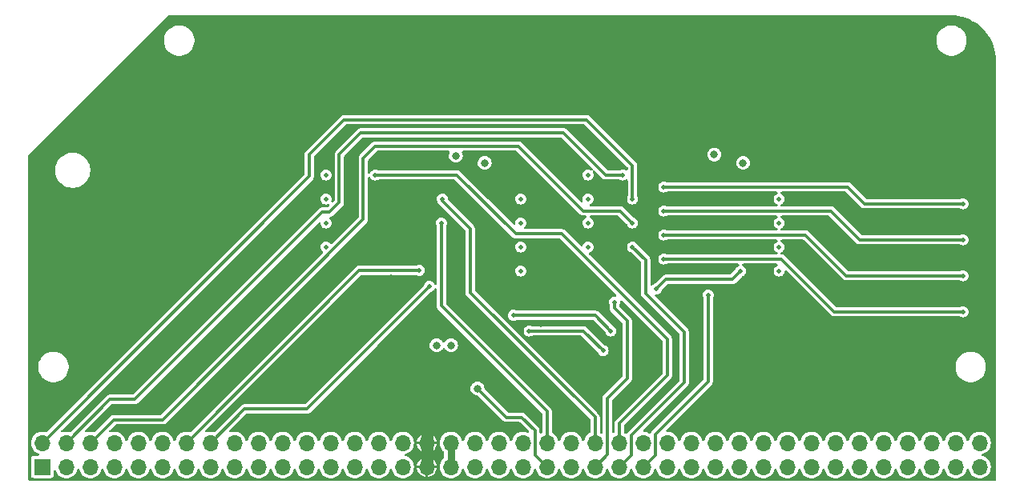
<source format=gbr>
%TF.GenerationSoftware,KiCad,Pcbnew,8.0.4*%
%TF.CreationDate,2024-07-26T10:39:13-07:00*%
%TF.ProjectId,BALD,42414c44-2e6b-4696-9361-645f70636258,0*%
%TF.SameCoordinates,Original*%
%TF.FileFunction,Copper,L4,Bot*%
%TF.FilePolarity,Positive*%
%FSLAX46Y46*%
G04 Gerber Fmt 4.6, Leading zero omitted, Abs format (unit mm)*
G04 Created by KiCad (PCBNEW 8.0.4) date 2024-07-26 10:39:13*
%MOMM*%
%LPD*%
G01*
G04 APERTURE LIST*
%TA.AperFunction,ComponentPad*%
%ADD10R,1.700000X1.700000*%
%TD*%
%TA.AperFunction,ComponentPad*%
%ADD11O,1.700000X1.700000*%
%TD*%
%TA.AperFunction,ViaPad*%
%ADD12C,0.800000*%
%TD*%
%TA.AperFunction,ViaPad*%
%ADD13C,0.500000*%
%TD*%
%TA.AperFunction,Conductor*%
%ADD14C,1.270000*%
%TD*%
%TA.AperFunction,Conductor*%
%ADD15C,0.330200*%
%TD*%
%TA.AperFunction,Conductor*%
%ADD16C,0.762000*%
%TD*%
G04 APERTURE END LIST*
D10*
%TO.P,J1,1,Pin_1*%
%TO.N,unconnected-(J1-Pin_1-Pad1)*%
X1803400Y1752600D03*
D11*
%TO.P,J1,2,Pin_2*%
%TO.N,unconnected-(J1-Pin_2-Pad2)*%
X4343400Y1752600D03*
%TO.P,J1,3,Pin_3*%
%TO.N,unconnected-(J1-Pin_3-Pad3)*%
X6883400Y1752600D03*
%TO.P,J1,4,Pin_4*%
%TO.N,unconnected-(J1-Pin_4-Pad4)*%
X9423400Y1752600D03*
%TO.P,J1,5,Pin_5*%
%TO.N,unconnected-(J1-Pin_5-Pad5)*%
X11963400Y1752600D03*
%TO.P,J1,6,Pin_6*%
%TO.N,unconnected-(J1-Pin_6-Pad6)*%
X14503400Y1752600D03*
%TO.P,J1,7,Pin_7*%
%TO.N,unconnected-(J1-Pin_7-Pad7)*%
X17043400Y1752600D03*
%TO.P,J1,8,Pin_8*%
%TO.N,unconnected-(J1-Pin_8-Pad8)*%
X19583400Y1752600D03*
%TO.P,J1,9,Pin_9*%
%TO.N,unconnected-(J1-Pin_9-Pad9)*%
X22123400Y1752600D03*
%TO.P,J1,10,Pin_10*%
%TO.N,unconnected-(J1-Pin_10-Pad10)*%
X24663400Y1752600D03*
%TO.P,J1,11,Pin_11*%
%TO.N,unconnected-(J1-Pin_11-Pad11)*%
X27203400Y1752600D03*
%TO.P,J1,12,Pin_12*%
%TO.N,unconnected-(J1-Pin_12-Pad12)*%
X29743400Y1752600D03*
%TO.P,J1,13,Pin_13*%
%TO.N,unconnected-(J1-Pin_13-Pad13)*%
X32283400Y1752600D03*
%TO.P,J1,14,Pin_14*%
%TO.N,unconnected-(J1-Pin_14-Pad14)*%
X34823400Y1752600D03*
%TO.P,J1,15,Pin_15*%
%TO.N,unconnected-(J1-Pin_15-Pad15)*%
X37363400Y1752600D03*
%TO.P,J1,16,Pin_16*%
%TO.N,unconnected-(J1-Pin_16-Pad16)*%
X39903400Y1752600D03*
%TO.P,J1,17,Pin_17*%
%TO.N,GND*%
X42443400Y1752600D03*
%TO.P,J1,18,Pin_18*%
%TO.N,/5V_3V3_VIN*%
X44983400Y1752600D03*
%TO.P,J1,19,Pin_19*%
%TO.N,unconnected-(J1-Pin_19-Pad19)*%
X47523400Y1752600D03*
%TO.P,J1,20,Pin_20*%
%TO.N,/CPU_RESET_N*%
X50063400Y1752600D03*
%TO.P,J1,21,Pin_21*%
%TO.N,unconnected-(J1-Pin_21-Pad21)*%
X52603400Y1752600D03*
%TO.P,J1,22,Pin_22*%
%TO.N,/CPU_INT0_N*%
X55143400Y1752600D03*
%TO.P,J1,23,Pin_23*%
%TO.N,/CPU_MREQ_N*%
X57683400Y1752600D03*
%TO.P,J1,24,Pin_24*%
%TO.N,/CPU_WR_N*%
X60223400Y1752600D03*
%TO.P,J1,25,Pin_25*%
%TO.N,/CPU_RD_N*%
X62763400Y1752600D03*
%TO.P,J1,26,Pin_26*%
%TO.N,/CPU_IORQ_N*%
X65303400Y1752600D03*
%TO.P,J1,27,Pin_27*%
%TO.N,unconnected-(J1-Pin_27-Pad27)*%
X67843400Y1752600D03*
%TO.P,J1,28,Pin_28*%
%TO.N,unconnected-(J1-Pin_28-Pad28)*%
X70383400Y1752600D03*
%TO.P,J1,29,Pin_29*%
%TO.N,unconnected-(J1-Pin_29-Pad29)*%
X72923400Y1752600D03*
%TO.P,J1,30,Pin_30*%
%TO.N,unconnected-(J1-Pin_30-Pad30)*%
X75463400Y1752600D03*
%TO.P,J1,31,Pin_31*%
%TO.N,unconnected-(J1-Pin_31-Pad31)*%
X78003400Y1752600D03*
%TO.P,J1,32,Pin_32*%
%TO.N,unconnected-(J1-Pin_32-Pad32)*%
X80543400Y1752600D03*
%TO.P,J1,33,Pin_33*%
%TO.N,unconnected-(J1-Pin_33-Pad33)*%
X83083400Y1752600D03*
%TO.P,J1,34,Pin_34*%
%TO.N,unconnected-(J1-Pin_34-Pad34)*%
X85623400Y1752600D03*
%TO.P,J1,35,Pin_35*%
%TO.N,unconnected-(J1-Pin_35-Pad35)*%
X88163400Y1752600D03*
%TO.P,J1,36,Pin_36*%
%TO.N,unconnected-(J1-Pin_36-Pad36)*%
X90703400Y1752600D03*
%TO.P,J1,37,Pin_37*%
%TO.N,/CPU_INT1_N*%
X93243400Y1752600D03*
%TO.P,J1,38,Pin_38*%
%TO.N,unconnected-(J1-Pin_38-Pad38)*%
X95783400Y1752600D03*
%TO.P,J1,39,Pin_39*%
%TO.N,unconnected-(J1-Pin_39-Pad39)*%
X98323400Y1752600D03*
%TO.P,J1,40,Pin_40*%
%TO.N,unconnected-(J1-Pin_40-Pad40)*%
X100863400Y1752600D03*
%TO.P,J1,41,Pin_41*%
%TO.N,/MEM_OE_N*%
X1803400Y4292600D03*
%TO.P,J1,42,Pin_42*%
%TO.N,/MEM_CE_N*%
X4343400Y4292600D03*
%TO.P,J1,43,Pin_43*%
%TO.N,/MEM_WE_N*%
X6883400Y4292600D03*
%TO.P,J1,44,Pin_44*%
%TO.N,unconnected-(J1-Pin_44-Pad44)*%
X9423400Y4292600D03*
%TO.P,J1,45,Pin_45*%
%TO.N,unconnected-(J1-Pin_45-Pad45)*%
X11963400Y4292600D03*
%TO.P,J1,46,Pin_46*%
%TO.N,unconnected-(J1-Pin_46-Pad46)*%
X14503400Y4292600D03*
%TO.P,J1,47,Pin_47*%
%TO.N,/CPU_DREQ1_N*%
X17043400Y4292600D03*
%TO.P,J1,48,Pin_48*%
%TO.N,/CPU_TEND1_N*%
X19583400Y4292600D03*
%TO.P,J1,49,Pin_49*%
%TO.N,unconnected-(J1-Pin_49-Pad49)*%
X22123400Y4292600D03*
%TO.P,J1,50,Pin_50*%
%TO.N,unconnected-(J1-Pin_50-Pad50)*%
X24663400Y4292600D03*
%TO.P,J1,51,Pin_51*%
%TO.N,unconnected-(J1-Pin_51-Pad51)*%
X27203400Y4292600D03*
%TO.P,J1,52,Pin_52*%
%TO.N,unconnected-(J1-Pin_52-Pad52)*%
X29743400Y4292600D03*
%TO.P,J1,53,Pin_53*%
%TO.N,unconnected-(J1-Pin_53-Pad53)*%
X32283400Y4292600D03*
%TO.P,J1,54,Pin_54*%
%TO.N,unconnected-(J1-Pin_54-Pad54)*%
X34823400Y4292600D03*
%TO.P,J1,55,Pin_55*%
%TO.N,unconnected-(J1-Pin_55-Pad55)*%
X37363400Y4292600D03*
%TO.P,J1,56,Pin_56*%
%TO.N,unconnected-(J1-Pin_56-Pad56)*%
X39903400Y4292600D03*
%TO.P,J1,57,Pin_57*%
%TO.N,GND*%
X42443400Y4292600D03*
%TO.P,J1,58,Pin_58*%
%TO.N,/5V_3V3_VIN*%
X44983400Y4292600D03*
%TO.P,J1,59,Pin_59*%
%TO.N,unconnected-(J1-Pin_59-Pad59)*%
X47523400Y4292600D03*
%TO.P,J1,60,Pin_60*%
%TO.N,unconnected-(J1-Pin_60-Pad60)*%
X50063400Y4292600D03*
%TO.P,J1,61,Pin_61*%
%TO.N,unconnected-(J1-Pin_61-Pad61)*%
X52603400Y4292600D03*
%TO.P,J1,62,Pin_62*%
%TO.N,/CPU_BUSACK_N*%
X55143400Y4292600D03*
%TO.P,J1,63,Pin_63*%
%TO.N,unconnected-(J1-Pin_63-Pad63)*%
X57683400Y4292600D03*
%TO.P,J1,64,Pin_64*%
%TO.N,/CPU_BUSREQ_N*%
X60223400Y4292600D03*
%TO.P,J1,65,Pin_65*%
%TO.N,/CPU_WAIT_N*%
X62763400Y4292600D03*
%TO.P,J1,66,Pin_66*%
%TO.N,/CPU_NMI_N*%
X65303400Y4292600D03*
%TO.P,J1,67,Pin_67*%
%TO.N,unconnected-(J1-Pin_67-Pad67)*%
X67843400Y4292600D03*
%TO.P,J1,68,Pin_68*%
%TO.N,unconnected-(J1-Pin_68-Pad68)*%
X70383400Y4292600D03*
%TO.P,J1,69,Pin_69*%
%TO.N,unconnected-(J1-Pin_69-Pad69)*%
X72923400Y4292600D03*
%TO.P,J1,70,Pin_70*%
%TO.N,unconnected-(J1-Pin_70-Pad70)*%
X75463400Y4292600D03*
%TO.P,J1,71,Pin_71*%
%TO.N,unconnected-(J1-Pin_71-Pad71)*%
X78003400Y4292600D03*
%TO.P,J1,72,Pin_72*%
%TO.N,unconnected-(J1-Pin_72-Pad72)*%
X80543400Y4292600D03*
%TO.P,J1,73,Pin_73*%
%TO.N,unconnected-(J1-Pin_73-Pad73)*%
X83083400Y4292600D03*
%TO.P,J1,74,Pin_74*%
%TO.N,unconnected-(J1-Pin_74-Pad74)*%
X85623400Y4292600D03*
%TO.P,J1,75,Pin_75*%
%TO.N,unconnected-(J1-Pin_75-Pad75)*%
X88163400Y4292600D03*
%TO.P,J1,76,Pin_76*%
%TO.N,unconnected-(J1-Pin_76-Pad76)*%
X90703400Y4292600D03*
%TO.P,J1,77,Pin_77*%
%TO.N,unconnected-(J1-Pin_77-Pad77)*%
X93243400Y4292600D03*
%TO.P,J1,78,Pin_78*%
%TO.N,unconnected-(J1-Pin_78-Pad78)*%
X95783400Y4292600D03*
%TO.P,J1,79,Pin_79*%
%TO.N,unconnected-(J1-Pin_79-Pad79)*%
X98323400Y4292600D03*
%TO.P,J1,80,Pin_80*%
%TO.N,unconnected-(J1-Pin_80-Pad80)*%
X100863400Y4292600D03*
%TD*%
D12*
%TO.N,+3.3V*%
X75864720Y33921700D03*
D13*
X79674720Y25031700D03*
D12*
X45511720Y34683700D03*
D13*
X52369720Y27571700D03*
X31795720Y25031700D03*
D12*
X43479720Y14617700D03*
D13*
X79674720Y27571700D03*
X31795720Y27571700D03*
X79674720Y30111700D03*
D12*
X48559720Y33921700D03*
D13*
X59481720Y30111700D03*
D12*
X72816720Y34810700D03*
D13*
X59481720Y25031700D03*
X52369720Y22491700D03*
X79674720Y22491700D03*
X59481720Y32651700D03*
X52369720Y25031700D03*
X31795720Y32651700D03*
D12*
X45003720Y14617700D03*
D13*
X52369720Y30111700D03*
X59481720Y27571700D03*
X31795720Y30111700D03*
%TO.N,GND*%
X67228720Y37731700D03*
X79928720Y48526700D03*
X24048720Y48526700D03*
X69768720Y37731700D03*
X24048720Y30111700D03*
X101772720Y45859700D03*
X79928720Y37731700D03*
X65323720Y48780700D03*
X67863720Y30111700D03*
X101772720Y26809700D03*
X26588720Y35191700D03*
X33573720Y48780700D03*
X27223720Y48780700D03*
X40050720Y48780700D03*
X21508720Y48526700D03*
X61640720Y34429700D03*
X87548720Y48526700D03*
X82468720Y48526700D03*
D12*
X36748720Y9410700D03*
D13*
X92628720Y48526700D03*
X66339720Y15125700D03*
X101772720Y19189700D03*
X101772720Y34429700D03*
X8808720Y14871700D03*
D12*
X38653720Y21729700D03*
D13*
X60243720Y18681700D03*
X10459720Y11823700D03*
X52623720Y48780700D03*
X10713720Y43446700D03*
X82468720Y37731700D03*
X47162720Y32651700D03*
X18968720Y25031700D03*
D12*
X79674720Y33921700D03*
D13*
X5633720Y38366700D03*
X91358720Y45351700D03*
D12*
X52369720Y33921700D03*
D13*
X76118720Y42811700D03*
X26588720Y42811700D03*
D12*
X35351720Y7759700D03*
X45003720Y10807700D03*
D13*
X90088720Y48526700D03*
X65958720Y34683700D03*
X64053720Y26301700D03*
X26588720Y32651700D03*
D12*
X64434720Y22491700D03*
D13*
X77388720Y37731700D03*
X101772720Y38239700D03*
X101772720Y30619700D03*
X85008720Y37731700D03*
X77388720Y48526700D03*
X64053720Y9283700D03*
D12*
X43479720Y10807700D03*
D13*
X87548720Y40271700D03*
X1188720Y27571700D03*
X46273720Y48780700D03*
X1188720Y30111700D03*
X28620720Y28968700D03*
X1188720Y25031700D03*
X101772720Y42049700D03*
X58973720Y48780700D03*
X16428720Y22491700D03*
X85008720Y48526700D03*
X101772720Y22999700D03*
X72308720Y37731700D03*
X74848720Y37731700D03*
X43733720Y28841700D03*
X74213720Y32651700D03*
X26588720Y37731700D03*
X56433720Y21856700D03*
X54528720Y16776700D03*
X37256720Y33921700D03*
X31668720Y34556700D03*
X71673720Y48780700D03*
X21508720Y27571700D03*
X26588720Y45351700D03*
%TO.N,/CPU_DREQ1_N*%
X41638220Y22555200D03*
%TO.N,/CPU_TEND1_N*%
X42717720Y20840700D03*
%TO.N,/CPU_INT1_N*%
X61894720Y16141700D03*
X51607720Y17792700D03*
%TO.N,/CPU_BUSACK_N*%
X43987720Y27571700D03*
D12*
%TO.N,/CPU_INT0_N*%
X47798370Y10045050D03*
D13*
%TO.N,/CPU_WR_N*%
X62275720Y19189700D03*
%TO.N,/CPU_NMI_N*%
X53258720Y16141700D03*
X61069220Y14046200D03*
%TO.N,/MEM_WE_N*%
X64180720Y27571700D03*
%TO.N,/CPU_RESET_N*%
X75610720Y22491700D03*
X66720720Y20586700D03*
%TO.N,/CPU_WAIT_N*%
X37002720Y32651700D03*
%TO.N,/MEM_OE_N*%
X64180720Y30111700D03*
%TO.N,/CPU_BUSREQ_N*%
X44089320Y30111700D03*
%TO.N,/CPU_IORQ_N*%
X72181720Y19951700D03*
%TO.N,/MEM_CE_N*%
X63164720Y32651700D03*
%TO.N,/CPU_RD_N*%
X64180720Y25031700D03*
%TO.N,/LED_IORQ*%
X67482720Y26301700D03*
X99105720Y21983700D03*
%TO.N,/LED_WR*%
X99105720Y29603700D03*
X67482720Y31381700D03*
%TO.N,/LED_MREQ*%
X67482720Y28841700D03*
X99105720Y25793700D03*
%TO.N,/LED_RESET*%
X67482720Y23761700D03*
X99105720Y18173700D03*
%TD*%
D14*
%TO.N,GND*%
X43479720Y10807700D02*
X45003720Y10807700D01*
X36748720Y9410700D02*
X38145720Y10807700D01*
X42443400Y10787380D02*
X42463720Y10807700D01*
X42443400Y4292600D02*
X42443400Y10787380D01*
X35351720Y8013700D02*
X36748720Y9410700D01*
X42443400Y1752600D02*
X42443400Y4292600D01*
X38145720Y10807700D02*
X42463720Y10807700D01*
X42463720Y10807700D02*
X43479720Y10807700D01*
X35351720Y7759700D02*
X35351720Y8013700D01*
D15*
%TO.N,/CPU_DREQ1_N*%
X41638220Y22555200D02*
X35306000Y22555200D01*
X35306000Y22555200D02*
X17043400Y4292600D01*
%TO.N,/CPU_TEND1_N*%
X42717720Y20840700D02*
X29763720Y7886700D01*
X29763720Y7886700D02*
X23177500Y7886700D01*
X23177500Y7886700D02*
X19583400Y4292600D01*
%TO.N,/CPU_INT1_N*%
X51607720Y17792700D02*
X60243720Y17792700D01*
X60243720Y17792700D02*
X61894720Y16141700D01*
%TO.N,/CPU_BUSACK_N*%
X43987720Y27571700D02*
X43987720Y18808700D01*
X43987720Y18808700D02*
X55143400Y7653020D01*
X55143400Y7653020D02*
X55143400Y4292600D01*
%TO.N,/CPU_INT0_N*%
X53868320Y3027680D02*
X55143400Y1752600D01*
X52496720Y6997700D02*
X53868320Y5626100D01*
X50845720Y6997700D02*
X52496720Y6997700D01*
X53868320Y5626100D02*
X53868320Y3027680D01*
X47798370Y10045050D02*
X50845720Y6997700D01*
%TO.N,/CPU_WR_N*%
X61513720Y3042920D02*
X60223400Y1752600D01*
X62275720Y19189700D02*
X62275720Y18554700D01*
X61513720Y9021340D02*
X61513720Y3042920D01*
X63606820Y11114440D02*
X61513720Y9021340D01*
X62275720Y18554700D02*
X63606820Y17223600D01*
X63606820Y17223600D02*
X63606820Y11114440D01*
%TO.N,/CPU_NMI_N*%
X61069220Y14046200D02*
X58973720Y16141700D01*
X58973720Y16141700D02*
X53258720Y16141700D01*
%TO.N,/MEM_WE_N*%
X35732720Y27952700D02*
X35732720Y34429700D01*
X52115720Y35699700D02*
X58973720Y28841700D01*
X35732720Y34429700D02*
X37002720Y35699700D01*
X37002720Y35699700D02*
X52115720Y35699700D01*
X6883400Y4292600D02*
X9334500Y6743700D01*
X14523720Y6743700D02*
X35732720Y27952700D01*
X58973720Y28841700D02*
X62910720Y28841700D01*
X62910720Y28841700D02*
X64180720Y27571700D01*
X9334500Y6743700D02*
X14523720Y6743700D01*
%TO.N,/CPU_RESET_N*%
X75610720Y22491700D02*
X74721720Y21602700D01*
X74721720Y21602700D02*
X67736720Y21602700D01*
X67736720Y21602700D02*
X66720720Y20586700D01*
%TO.N,/CPU_WAIT_N*%
X51861720Y26428700D02*
X56687720Y26428700D01*
X67863720Y15252700D02*
X67863720Y11442700D01*
X37002720Y32651700D02*
X45638720Y32651700D01*
X45638720Y32651700D02*
X51861720Y26428700D01*
X67863720Y11442700D02*
X62763400Y6342380D01*
X56687720Y26428700D02*
X67863720Y15252700D01*
X62763400Y6342380D02*
X62763400Y4292600D01*
%TO.N,/MEM_OE_N*%
X30017720Y32506920D02*
X1803400Y4292600D01*
X59354720Y38493700D02*
X33700720Y38493700D01*
X30017720Y34810700D02*
X30017720Y32506920D01*
X64180720Y30111700D02*
X64180720Y33667700D01*
X64180720Y33667700D02*
X59354720Y38493700D01*
X33700720Y38493700D02*
X30017720Y34810700D01*
%TO.N,/CPU_BUSREQ_N*%
X60223400Y7018020D02*
X60223400Y4292600D01*
X47035720Y20205700D02*
X60223400Y7018020D01*
X44089320Y29883100D02*
X47035720Y26936700D01*
X44089320Y30111700D02*
X44089320Y29883100D01*
X47035720Y26936700D02*
X47035720Y20205700D01*
%TO.N,/CPU_IORQ_N*%
X72181720Y19951700D02*
X72181720Y10807700D01*
X72181720Y10807700D02*
X66568320Y5194300D01*
X66568320Y5194300D02*
X66568320Y3017520D01*
X66568320Y3017520D02*
X65303400Y1752600D01*
%TO.N,/MEM_CE_N*%
X8953500Y8902700D02*
X11602720Y8902700D01*
X35478720Y37096700D02*
X56894220Y37096700D01*
X11602720Y8902700D02*
X31414720Y28714700D01*
X56894220Y37096700D02*
X61339220Y32651700D01*
X4343400Y4292600D02*
X8953500Y8902700D01*
X33192720Y34810700D02*
X35478720Y37096700D01*
X61339220Y32651700D02*
X63164720Y32651700D01*
X32176720Y28714700D02*
X33192720Y29730700D01*
X31414720Y28714700D02*
X32176720Y28714700D01*
X33192720Y29730700D02*
X33192720Y34810700D01*
%TO.N,/CPU_RD_N*%
X65577720Y20078700D02*
X65577720Y23634700D01*
X69641720Y16014700D02*
X65577720Y20078700D01*
X64028320Y3017520D02*
X64028320Y5067300D01*
X69641720Y10680700D02*
X69641720Y16014700D01*
X62763400Y1752600D02*
X64028320Y3017520D01*
X64028320Y5067300D02*
X69641720Y10680700D01*
X65577720Y23634700D02*
X64180720Y25031700D01*
%TO.N,/LED_IORQ*%
X86786720Y21983700D02*
X99105720Y21983700D01*
X82468720Y26301700D02*
X86786720Y21983700D01*
X67482720Y26301700D02*
X82468720Y26301700D01*
%TO.N,/LED_WR*%
X99105720Y29603700D02*
X88691720Y29603700D01*
X86913720Y31381700D02*
X67482720Y31381700D01*
X88691720Y29603700D02*
X86913720Y31381700D01*
%TO.N,/LED_MREQ*%
X67482720Y28841700D02*
X85135720Y28841700D01*
X85135720Y28841700D02*
X88183720Y25793700D01*
X88183720Y25793700D02*
X99105720Y25793700D01*
%TO.N,/LED_RESET*%
X79928720Y23761700D02*
X67482720Y23761700D01*
X99105720Y18173700D02*
X85516720Y18173700D01*
X85516720Y18173700D02*
X79928720Y23761700D01*
D16*
%TO.N,/5V_3V3_VIN*%
X44983400Y1752600D02*
X44983400Y4292600D01*
%TD*%
%TA.AperFunction,Conductor*%
%TO.N,GND*%
G36*
X36437032Y32465120D02*
G01*
X36470929Y32418113D01*
X36495477Y32358845D01*
X36588559Y32237540D01*
X36709864Y32144458D01*
X36798943Y32107562D01*
X36851127Y32085947D01*
X37002720Y32065989D01*
X37154313Y32085947D01*
X37274908Y32135898D01*
X37300044Y32146309D01*
X37348261Y32155900D01*
X45381162Y32155900D01*
X45449283Y32135898D01*
X45470257Y32118995D01*
X51557286Y26031965D01*
X51557289Y26031963D01*
X51557291Y26031961D01*
X51613817Y25999327D01*
X51613819Y25999325D01*
X51670342Y25966691D01*
X51670344Y25966690D01*
X51670348Y25966688D01*
X51670351Y25966688D01*
X51670354Y25966686D01*
X51733396Y25949794D01*
X51733397Y25949794D01*
X51796446Y25932900D01*
X51796447Y25932900D01*
X56430162Y25932900D01*
X56498283Y25912898D01*
X56519257Y25895995D01*
X61897799Y20517453D01*
X62432581Y19982672D01*
X62466607Y19920360D01*
X62461542Y19849545D01*
X62418995Y19792709D01*
X62352475Y19767898D01*
X62327040Y19768655D01*
X62275721Y19775411D01*
X62275720Y19775411D01*
X62124126Y19755453D01*
X61982865Y19696943D01*
X61861559Y19603861D01*
X61768477Y19482555D01*
X61709967Y19341294D01*
X61690009Y19189701D01*
X61690009Y19189700D01*
X61709967Y19038107D01*
X61770329Y18892376D01*
X61779920Y18844159D01*
X61779920Y18489423D01*
X61796813Y18426380D01*
X61796813Y18426379D01*
X61813706Y18363333D01*
X61813710Y18363324D01*
X61835668Y18325292D01*
X61850305Y18299941D01*
X61878981Y18250271D01*
X63074116Y17055137D01*
X63108140Y16992826D01*
X63111020Y16966043D01*
X63111020Y11371999D01*
X63091018Y11303878D01*
X63074115Y11282904D01*
X61116986Y9325776D01*
X61116978Y9325766D01*
X61107720Y9309728D01*
X61107719Y9309726D01*
X61051707Y9212712D01*
X61051708Y9212711D01*
X61019921Y9094078D01*
X61019920Y9094075D01*
X61017920Y9086612D01*
X61017920Y5415572D01*
X60997918Y5347451D01*
X60944262Y5300958D01*
X60873988Y5290854D01*
X60825589Y5308445D01*
X60778869Y5337373D01*
X60731482Y5390240D01*
X60719200Y5444500D01*
X60719200Y7083292D01*
X60703888Y7140437D01*
X60685412Y7209392D01*
X60620139Y7322448D01*
X60527828Y7414759D01*
X54060210Y13882377D01*
X51800887Y16141701D01*
X52673009Y16141701D01*
X52673009Y16141700D01*
X52692967Y15990107D01*
X52751477Y15848845D01*
X52844559Y15727540D01*
X52965864Y15634458D01*
X53054943Y15597562D01*
X53107127Y15575947D01*
X53258720Y15555989D01*
X53410313Y15575947D01*
X53530908Y15625898D01*
X53556044Y15636309D01*
X53604261Y15645900D01*
X58716162Y15645900D01*
X58784283Y15625898D01*
X58805257Y15608995D01*
X60474303Y13939950D01*
X60501617Y13899072D01*
X60561977Y13753346D01*
X60655059Y13632040D01*
X60776364Y13538958D01*
X60865443Y13502062D01*
X60917627Y13480447D01*
X61069220Y13460489D01*
X61220813Y13480447D01*
X61309892Y13517345D01*
X61362075Y13538958D01*
X61483380Y13632040D01*
X61576462Y13753345D01*
X61603511Y13818650D01*
X61634973Y13894607D01*
X61654931Y14046200D01*
X61634973Y14197793D01*
X61597936Y14287210D01*
X61576462Y14339055D01*
X61483380Y14460361D01*
X61362074Y14553443D01*
X61216348Y14613803D01*
X61175472Y14641115D01*
X59278149Y16538439D01*
X59278147Y16538440D01*
X59278145Y16538442D01*
X59200176Y16583457D01*
X59200176Y16583456D01*
X59165094Y16603711D01*
X59165084Y16603715D01*
X59095348Y16622401D01*
X59095348Y16622400D01*
X59067170Y16629950D01*
X59038994Y16637500D01*
X59038993Y16637500D01*
X53604261Y16637500D01*
X53556044Y16647091D01*
X53410313Y16707453D01*
X53258720Y16727411D01*
X53107126Y16707453D01*
X52965865Y16648943D01*
X52844559Y16555861D01*
X52751477Y16434555D01*
X52692967Y16293294D01*
X52673009Y16141701D01*
X51800887Y16141701D01*
X50149887Y17792701D01*
X51022009Y17792701D01*
X51022009Y17792700D01*
X51041967Y17641107D01*
X51100477Y17499845D01*
X51193559Y17378540D01*
X51314864Y17285458D01*
X51403943Y17248562D01*
X51456127Y17226947D01*
X51607720Y17206989D01*
X51759313Y17226947D01*
X51879908Y17276898D01*
X51905044Y17287309D01*
X51953261Y17296900D01*
X59986162Y17296900D01*
X60054283Y17276898D01*
X60075257Y17259995D01*
X61299803Y16035450D01*
X61327117Y15994572D01*
X61387477Y15848846D01*
X61480559Y15727540D01*
X61601864Y15634458D01*
X61690943Y15597562D01*
X61743127Y15575947D01*
X61894720Y15555989D01*
X62046313Y15575947D01*
X62166908Y15625898D01*
X62187575Y15634458D01*
X62308880Y15727540D01*
X62401962Y15848845D01*
X62423575Y15901028D01*
X62460473Y15990107D01*
X62480431Y16141700D01*
X62460473Y16293293D01*
X62438858Y16345476D01*
X62401962Y16434555D01*
X62308880Y16555861D01*
X62187574Y16648943D01*
X62041848Y16709303D01*
X62000972Y16736615D01*
X60548149Y18189439D01*
X60548147Y18189440D01*
X60548145Y18189442D01*
X60470176Y18234457D01*
X60470176Y18234456D01*
X60435094Y18254711D01*
X60435084Y18254715D01*
X60365348Y18273401D01*
X60365348Y18273400D01*
X60337170Y18280950D01*
X60308994Y18288500D01*
X60308993Y18288500D01*
X51953261Y18288500D01*
X51905044Y18298091D01*
X51759313Y18358453D01*
X51607720Y18378411D01*
X51456126Y18358453D01*
X51314865Y18299943D01*
X51193559Y18206861D01*
X51100477Y18085555D01*
X51041967Y17944294D01*
X51022009Y17792701D01*
X50149887Y17792701D01*
X47568425Y20374163D01*
X47534399Y20436475D01*
X47531520Y20463258D01*
X47531520Y22491701D01*
X51784009Y22491701D01*
X51784009Y22491700D01*
X51803967Y22340107D01*
X51862477Y22198845D01*
X51955559Y22077540D01*
X52076864Y21984458D01*
X52165943Y21947562D01*
X52218127Y21925947D01*
X52369720Y21905989D01*
X52521313Y21925947D01*
X52626435Y21969489D01*
X52662575Y21984458D01*
X52783880Y22077540D01*
X52876962Y22198845D01*
X52903263Y22262344D01*
X52935473Y22340107D01*
X52955431Y22491700D01*
X52935473Y22643293D01*
X52909170Y22706794D01*
X52876962Y22784555D01*
X52783880Y22905861D01*
X52662575Y22998943D01*
X52521313Y23057453D01*
X52369720Y23077411D01*
X52218126Y23057453D01*
X52076865Y22998943D01*
X51955559Y22905861D01*
X51862477Y22784555D01*
X51803967Y22643294D01*
X51784009Y22491701D01*
X47531520Y22491701D01*
X47531520Y25031701D01*
X51784009Y25031701D01*
X51784009Y25031700D01*
X51803967Y24880107D01*
X51862477Y24738845D01*
X51955559Y24617540D01*
X52076864Y24524458D01*
X52147891Y24495039D01*
X52218127Y24465947D01*
X52369720Y24445989D01*
X52521313Y24465947D01*
X52610392Y24502845D01*
X52662575Y24524458D01*
X52783880Y24617540D01*
X52876962Y24738845D01*
X52898575Y24791028D01*
X52935473Y24880107D01*
X52955431Y25031700D01*
X52935473Y25183293D01*
X52906381Y25253529D01*
X52876962Y25324555D01*
X52783880Y25445861D01*
X52662575Y25538943D01*
X52521313Y25597453D01*
X52369720Y25617411D01*
X52218126Y25597453D01*
X52076865Y25538943D01*
X51955559Y25445861D01*
X51862477Y25324555D01*
X51803967Y25183294D01*
X51784009Y25031701D01*
X47531520Y25031701D01*
X47531520Y27001972D01*
X47530455Y27005948D01*
X47497732Y27128072D01*
X47478339Y27161662D01*
X47432461Y27241125D01*
X47432457Y27241130D01*
X47394741Y27278846D01*
X47340148Y27333439D01*
X44705805Y29967783D01*
X44671779Y30030095D01*
X44669978Y30073322D01*
X44675031Y30111700D01*
X44655073Y30263293D01*
X44633458Y30315476D01*
X44596562Y30404555D01*
X44503480Y30525861D01*
X44382175Y30618943D01*
X44240913Y30677453D01*
X44089320Y30697411D01*
X43937726Y30677453D01*
X43796465Y30618943D01*
X43675159Y30525861D01*
X43582077Y30404555D01*
X43523567Y30263294D01*
X43503609Y30111701D01*
X43503609Y30111700D01*
X43523567Y29960107D01*
X43582076Y29818849D01*
X43582083Y29818838D01*
X43583987Y29816356D01*
X43605725Y29772272D01*
X43627307Y29691730D01*
X43651579Y29649690D01*
X43651579Y29649689D01*
X43692579Y29578674D01*
X43692587Y29578664D01*
X46503015Y26768238D01*
X46537040Y26705926D01*
X46539920Y26679143D01*
X46539920Y20140427D01*
X46573708Y20014328D01*
X46573709Y20014326D01*
X46638978Y19901275D01*
X46638986Y19901265D01*
X59690695Y6849558D01*
X59724721Y6787246D01*
X59727600Y6760463D01*
X59727600Y5444500D01*
X59707598Y5376379D01*
X59667931Y5337373D01*
X59508819Y5238855D01*
X59347112Y5091440D01*
X59215250Y4916825D01*
X59117714Y4720945D01*
X59117712Y4720940D01*
X59074590Y4569380D01*
X59036709Y4509334D01*
X58972379Y4479300D01*
X58902022Y4488813D01*
X58847978Y4534853D01*
X58832210Y4569380D01*
X58823610Y4599607D01*
X58789086Y4720945D01*
X58691552Y4916821D01*
X58691549Y4916825D01*
X58559687Y5091440D01*
X58397980Y5238855D01*
X58211944Y5354044D01*
X58211940Y5354046D01*
X58211938Y5354047D01*
X58053123Y5415572D01*
X58007899Y5433092D01*
X57792808Y5473300D01*
X57573992Y5473300D01*
X57573991Y5473300D01*
X57358900Y5433092D01*
X57213091Y5376605D01*
X57154862Y5354047D01*
X57154861Y5354047D01*
X57154860Y5354046D01*
X57154855Y5354044D01*
X56968819Y5238855D01*
X56807112Y5091440D01*
X56675250Y4916825D01*
X56577714Y4720945D01*
X56577712Y4720940D01*
X56534590Y4569380D01*
X56496709Y4509334D01*
X56432379Y4479300D01*
X56362022Y4488813D01*
X56307978Y4534853D01*
X56292210Y4569380D01*
X56283610Y4599607D01*
X56249086Y4720945D01*
X56151552Y4916821D01*
X56151549Y4916825D01*
X56019687Y5091440D01*
X55857980Y5238855D01*
X55698869Y5337373D01*
X55651482Y5390240D01*
X55639200Y5444500D01*
X55639200Y7718292D01*
X55639200Y7718293D01*
X55605412Y7844392D01*
X55600059Y7853663D01*
X55572775Y7900921D01*
X55572774Y7900922D01*
X55565878Y7912866D01*
X55540139Y7957449D01*
X55540137Y7957451D01*
X55540135Y7957454D01*
X44520425Y18977164D01*
X44486399Y19039476D01*
X44483520Y19066259D01*
X44483520Y27226159D01*
X44493111Y27274376D01*
X44517575Y27333439D01*
X44553473Y27420107D01*
X44573431Y27571700D01*
X44553473Y27723293D01*
X44531858Y27775476D01*
X44494962Y27864555D01*
X44401880Y27985861D01*
X44280575Y28078943D01*
X44139313Y28137453D01*
X43987720Y28157411D01*
X43836126Y28137453D01*
X43694865Y28078943D01*
X43573559Y27985861D01*
X43480477Y27864555D01*
X43421967Y27723294D01*
X43402009Y27571701D01*
X43402009Y27571700D01*
X43421967Y27420107D01*
X43482329Y27274376D01*
X43491920Y27226159D01*
X43491920Y21122504D01*
X43471918Y21054383D01*
X43418262Y21007890D01*
X43347988Y20997786D01*
X43283408Y21027280D01*
X43249511Y21074287D01*
X43224962Y21133555D01*
X43131880Y21254861D01*
X43010575Y21347943D01*
X42869313Y21406453D01*
X42717720Y21426411D01*
X42566126Y21406453D01*
X42424865Y21347943D01*
X42303559Y21254861D01*
X42210478Y21133556D01*
X42150118Y20987830D01*
X42122804Y20946953D01*
X29595257Y8419405D01*
X29532945Y8385379D01*
X29506162Y8382500D01*
X23242774Y8382500D01*
X23112226Y8382500D01*
X23049177Y8365606D01*
X23049176Y8365607D01*
X22986129Y8348713D01*
X22986126Y8348712D01*
X22873074Y8283442D01*
X22873064Y8283434D01*
X20048715Y5459085D01*
X19986403Y5425059D01*
X19915587Y5430124D01*
X19914109Y5430687D01*
X19907905Y5433091D01*
X19692808Y5473300D01*
X19473992Y5473300D01*
X19473991Y5473300D01*
X19402042Y5459850D01*
X19258902Y5433092D01*
X19258900Y5433092D01*
X19258898Y5433091D01*
X19205611Y5412448D01*
X19134864Y5406492D01*
X19072129Y5439730D01*
X19037322Y5501609D01*
X19041496Y5572483D01*
X19070999Y5619033D01*
X35474462Y22022495D01*
X35536774Y22056521D01*
X35563557Y22059400D01*
X41292679Y22059400D01*
X41340896Y22049809D01*
X41418807Y22017539D01*
X41486627Y21989447D01*
X41638220Y21969489D01*
X41789813Y21989447D01*
X41878892Y22026345D01*
X41931075Y22047958D01*
X42052380Y22141040D01*
X42145462Y22262345D01*
X42177671Y22340107D01*
X42203973Y22403607D01*
X42223931Y22555200D01*
X42203973Y22706793D01*
X42182358Y22758976D01*
X42145462Y22848055D01*
X42052380Y22969361D01*
X41931075Y23062443D01*
X41789813Y23120953D01*
X41638220Y23140911D01*
X41486626Y23120953D01*
X41340897Y23060591D01*
X41292680Y23051000D01*
X35371274Y23051000D01*
X35240727Y23051000D01*
X35114629Y23017213D01*
X35114627Y23017212D01*
X35114624Y23017211D01*
X35001575Y22951942D01*
X35001565Y22951934D01*
X17508715Y5459085D01*
X17446403Y5425059D01*
X17375588Y5430124D01*
X17374109Y5430687D01*
X17367905Y5433091D01*
X17152808Y5473300D01*
X16933992Y5473300D01*
X16933991Y5473300D01*
X16718900Y5433092D01*
X16573091Y5376605D01*
X16514862Y5354047D01*
X16514861Y5354047D01*
X16514860Y5354046D01*
X16514855Y5354044D01*
X16328819Y5238855D01*
X16167112Y5091440D01*
X16035250Y4916825D01*
X15937714Y4720945D01*
X15937712Y4720940D01*
X15894590Y4569380D01*
X15856709Y4509334D01*
X15792379Y4479300D01*
X15722022Y4488813D01*
X15667978Y4534853D01*
X15652210Y4569380D01*
X15643610Y4599607D01*
X15609086Y4720945D01*
X15511552Y4916821D01*
X15511549Y4916825D01*
X15379687Y5091440D01*
X15217980Y5238855D01*
X15031944Y5354044D01*
X15031940Y5354046D01*
X15031938Y5354047D01*
X14873123Y5415572D01*
X14827899Y5433092D01*
X14612808Y5473300D01*
X14393992Y5473300D01*
X14393991Y5473300D01*
X14178900Y5433092D01*
X14033091Y5376605D01*
X13974862Y5354047D01*
X13974861Y5354047D01*
X13974860Y5354046D01*
X13974855Y5354044D01*
X13788819Y5238855D01*
X13627112Y5091440D01*
X13495250Y4916825D01*
X13397714Y4720945D01*
X13397712Y4720940D01*
X13354590Y4569380D01*
X13316709Y4509334D01*
X13252379Y4479300D01*
X13182022Y4488813D01*
X13127978Y4534853D01*
X13112210Y4569380D01*
X13103610Y4599607D01*
X13069086Y4720945D01*
X12971552Y4916821D01*
X12971549Y4916825D01*
X12839687Y5091440D01*
X12677980Y5238855D01*
X12491944Y5354044D01*
X12491940Y5354046D01*
X12491938Y5354047D01*
X12333123Y5415572D01*
X12287899Y5433092D01*
X12072808Y5473300D01*
X11853992Y5473300D01*
X11853991Y5473300D01*
X11638900Y5433092D01*
X11493091Y5376605D01*
X11434862Y5354047D01*
X11434861Y5354047D01*
X11434860Y5354046D01*
X11434855Y5354044D01*
X11248819Y5238855D01*
X11087112Y5091440D01*
X10955250Y4916825D01*
X10857714Y4720945D01*
X10857712Y4720940D01*
X10814590Y4569380D01*
X10776709Y4509334D01*
X10712379Y4479300D01*
X10642022Y4488813D01*
X10587978Y4534853D01*
X10572210Y4569380D01*
X10563610Y4599607D01*
X10529086Y4720945D01*
X10431552Y4916821D01*
X10431549Y4916825D01*
X10299687Y5091440D01*
X10137980Y5238855D01*
X9951944Y5354044D01*
X9951940Y5354046D01*
X9951938Y5354047D01*
X9793123Y5415572D01*
X9747899Y5433092D01*
X9532808Y5473300D01*
X9313992Y5473300D01*
X9313991Y5473300D01*
X9242042Y5459850D01*
X9098902Y5433092D01*
X9098900Y5433092D01*
X9098898Y5433091D01*
X9045611Y5412448D01*
X8974864Y5406492D01*
X8912129Y5439730D01*
X8877322Y5501609D01*
X8881496Y5572483D01*
X8910997Y5619031D01*
X9502964Y6210998D01*
X9565274Y6245021D01*
X9592057Y6247900D01*
X14588993Y6247900D01*
X14588994Y6247900D01*
X14652042Y6264794D01*
X14652044Y6264794D01*
X14701763Y6278117D01*
X14715092Y6281688D01*
X14771620Y6314325D01*
X14828149Y6346961D01*
X36129458Y27648271D01*
X36194732Y27761328D01*
X36228520Y27887426D01*
X36228520Y28017973D01*
X36228520Y32369896D01*
X36248522Y32438017D01*
X36302178Y32484510D01*
X36372452Y32494614D01*
X36437032Y32465120D01*
G37*
%TD.AperFunction*%
%TA.AperFunction,Conductor*%
G36*
X63048972Y19362648D02*
G01*
X63068691Y19346562D01*
X67331015Y15084238D01*
X67365041Y15021926D01*
X67367920Y14995143D01*
X67367920Y11700258D01*
X67347918Y11632137D01*
X67331015Y11611163D01*
X62366660Y6646809D01*
X62351925Y6621284D01*
X62351923Y6621281D01*
X62301390Y6533757D01*
X62301387Y6533750D01*
X62267600Y6407652D01*
X62267600Y5444500D01*
X62247598Y5376379D01*
X62207936Y5337376D01*
X62201856Y5333611D01*
X62133410Y5314753D01*
X62065633Y5335893D01*
X62020046Y5390320D01*
X62009520Y5440735D01*
X62009520Y8763783D01*
X62029522Y8831904D01*
X62046425Y8852878D01*
X64003551Y10810004D01*
X64003558Y10810011D01*
X64029418Y10854802D01*
X64039911Y10872974D01*
X64049550Y10889672D01*
X64068832Y10923068D01*
X64102620Y11049167D01*
X64102620Y17288873D01*
X64068832Y17414972D01*
X64019831Y17499844D01*
X64003561Y17528025D01*
X64003557Y17528030D01*
X63911248Y17620339D01*
X63446032Y18085555D01*
X62808425Y18723163D01*
X62774399Y18785475D01*
X62771520Y18812258D01*
X62771520Y18844159D01*
X62781111Y18892376D01*
X62816230Y18977164D01*
X62841473Y19038107D01*
X62861431Y19189700D01*
X62854674Y19241022D01*
X62865613Y19311168D01*
X62912740Y19364267D01*
X62981094Y19383458D01*
X63048972Y19362648D01*
G37*
%TD.AperFunction*%
%TA.AperFunction,Conductor*%
G36*
X59165283Y37977898D02*
G01*
X59186257Y37960995D01*
X63648015Y33499238D01*
X63682041Y33436926D01*
X63684920Y33410143D01*
X63684920Y33239997D01*
X63664918Y33171876D01*
X63611262Y33125383D01*
X63540988Y33115279D01*
X63482217Y33140034D01*
X63457574Y33158943D01*
X63316313Y33217453D01*
X63164720Y33237411D01*
X63013126Y33217453D01*
X62867397Y33157091D01*
X62819180Y33147500D01*
X61596777Y33147500D01*
X61528656Y33167502D01*
X61507682Y33184405D01*
X57198655Y37493434D01*
X57198645Y37493442D01*
X57085593Y37558712D01*
X57085590Y37558713D01*
X57022541Y37575607D01*
X57022540Y37575607D01*
X56959497Y37592500D01*
X56959494Y37592500D01*
X56959493Y37592500D01*
X35543994Y37592500D01*
X35413446Y37592500D01*
X35350401Y37575607D01*
X35287350Y37558713D01*
X35287343Y37558710D01*
X35174295Y37493442D01*
X35174291Y37493438D01*
X32795984Y35115134D01*
X32795980Y35115128D01*
X32781048Y35089263D01*
X32781046Y35089260D01*
X32730707Y35002072D01*
X32730708Y35002071D01*
X32700241Y34888366D01*
X32700240Y34888362D01*
X32696920Y34875974D01*
X32696920Y29988258D01*
X32676918Y29920137D01*
X32660019Y29899168D01*
X32579701Y29818849D01*
X32555190Y29794338D01*
X32492878Y29760313D01*
X32422062Y29765379D01*
X32365226Y29807925D01*
X32340416Y29874446D01*
X32349685Y29931649D01*
X32361473Y29960107D01*
X32381431Y30111700D01*
X32361473Y30263293D01*
X32339858Y30315476D01*
X32302962Y30404555D01*
X32209880Y30525861D01*
X32088575Y30618943D01*
X31947313Y30677453D01*
X31795720Y30697411D01*
X31644126Y30677453D01*
X31502865Y30618943D01*
X31381559Y30525861D01*
X31288477Y30404555D01*
X31229967Y30263294D01*
X31210009Y30111701D01*
X31210009Y30111700D01*
X31229967Y29960107D01*
X31288477Y29818845D01*
X31381559Y29697540D01*
X31502864Y29604458D01*
X31591943Y29567562D01*
X31644127Y29545947D01*
X31795720Y29525989D01*
X31947313Y29545947D01*
X31975770Y29557735D01*
X32046357Y29565323D01*
X32109844Y29533544D01*
X32146072Y29472486D01*
X32143538Y29401535D01*
X32113082Y29352230D01*
X32008255Y29247404D01*
X31945946Y29213380D01*
X31919162Y29210500D01*
X31479994Y29210500D01*
X31349446Y29210500D01*
X31286397Y29193606D01*
X31286396Y29193607D01*
X31223355Y29176715D01*
X31223343Y29176710D01*
X31110295Y29111442D01*
X31110291Y29111438D01*
X11434257Y9435405D01*
X11371945Y9401379D01*
X11345162Y9398500D01*
X9018774Y9398500D01*
X8888226Y9398500D01*
X8828686Y9382546D01*
X8828685Y9382547D01*
X8762129Y9364713D01*
X8762126Y9364712D01*
X8649074Y9299442D01*
X8649064Y9299434D01*
X4808715Y5459085D01*
X4746403Y5425059D01*
X4675587Y5430124D01*
X4674109Y5430687D01*
X4667905Y5433091D01*
X4452808Y5473300D01*
X4233992Y5473300D01*
X4233991Y5473300D01*
X4162042Y5459850D01*
X4018902Y5433092D01*
X4018900Y5433092D01*
X4018898Y5433091D01*
X3965611Y5412448D01*
X3894864Y5406492D01*
X3832129Y5439730D01*
X3797322Y5501609D01*
X3801496Y5572483D01*
X3830999Y5619033D01*
X30414459Y32202491D01*
X30461908Y32284676D01*
X30479732Y32315548D01*
X30513520Y32441647D01*
X30513520Y32651701D01*
X31210009Y32651701D01*
X31210009Y32651700D01*
X31229967Y32500107D01*
X31288477Y32358845D01*
X31381559Y32237540D01*
X31502864Y32144458D01*
X31591943Y32107562D01*
X31644127Y32085947D01*
X31795720Y32065989D01*
X31947313Y32085947D01*
X32067908Y32135898D01*
X32088575Y32144458D01*
X32209880Y32237540D01*
X32302962Y32358845D01*
X32335755Y32438017D01*
X32361473Y32500107D01*
X32381431Y32651700D01*
X32361473Y32803293D01*
X32330900Y32877104D01*
X32302962Y32944555D01*
X32209880Y33065861D01*
X32088575Y33158943D01*
X31947313Y33217453D01*
X31795720Y33237411D01*
X31644126Y33217453D01*
X31502865Y33158943D01*
X31381559Y33065861D01*
X31288477Y32944555D01*
X31229967Y32803294D01*
X31210009Y32651701D01*
X30513520Y32651701D01*
X30513520Y34553143D01*
X30533522Y34621264D01*
X30550425Y34642238D01*
X33869182Y37960995D01*
X33931494Y37995021D01*
X33958277Y37997900D01*
X59097162Y37997900D01*
X59165283Y37977898D01*
G37*
%TD.AperFunction*%
%TA.AperFunction,Conductor*%
G36*
X97732550Y49559580D02*
G01*
X98149581Y49541374D01*
X98160532Y49540416D01*
X98253475Y49528181D01*
X98571677Y49486289D01*
X98582485Y49484383D01*
X98987359Y49394626D01*
X98997940Y49391791D01*
X99393449Y49267089D01*
X99403769Y49263333D01*
X99786896Y49104638D01*
X99796858Y49099992D01*
X100164672Y48908521D01*
X100174191Y48903026D01*
X100523934Y48680217D01*
X100532938Y48673913D01*
X100853432Y48427990D01*
X100861935Y48421466D01*
X100870355Y48414400D01*
X101176079Y48134256D01*
X101183852Y48126483D01*
X101464017Y47820737D01*
X101471082Y47812317D01*
X101723517Y47483339D01*
X101729822Y47474335D01*
X101879925Y47238721D01*
X101952631Y47124597D01*
X101958127Y47115077D01*
X102149605Y46747252D01*
X102154251Y46737290D01*
X102312945Y46354169D01*
X102316704Y46343840D01*
X102441399Y45948357D01*
X102444244Y45937740D01*
X102533997Y45532893D01*
X102535906Y45522067D01*
X102590033Y45110932D01*
X102590991Y45099982D01*
X102609180Y44683407D01*
X102609300Y44677911D01*
X102609300Y44632604D01*
X102609348Y44632300D01*
X102610900Y44612587D01*
X102610900Y426500D01*
X102590898Y358379D01*
X102537242Y311886D01*
X102484900Y300500D01*
X426500Y300500D01*
X358379Y320502D01*
X311886Y374158D01*
X300500Y426500D01*
X300500Y4292605D01*
X617642Y4292605D01*
X617642Y4292596D01*
X637831Y4074722D01*
X637831Y4074719D01*
X637832Y4074718D01*
X697714Y3864255D01*
X795248Y3668379D01*
X795249Y3668378D01*
X795250Y3668376D01*
X927112Y3493761D01*
X1088819Y3346346D01*
X1274855Y3231157D01*
X1274856Y3231157D01*
X1274862Y3231153D01*
X1415187Y3176792D01*
X1471481Y3133532D01*
X1495452Y3066705D01*
X1479488Y2997526D01*
X1428657Y2947960D01*
X1369670Y2933300D01*
X914641Y2933300D01*
X866489Y2926961D01*
X760790Y2877673D01*
X678327Y2795210D01*
X629039Y2689511D01*
X622700Y2641359D01*
X622700Y863842D01*
X629039Y815690D01*
X678327Y709991D01*
X760790Y627528D01*
X760791Y627528D01*
X760792Y627527D01*
X866488Y578240D01*
X914646Y571900D01*
X914653Y571900D01*
X2692147Y571900D01*
X2692154Y571900D01*
X2740312Y578240D01*
X2846008Y627527D01*
X2928473Y709992D01*
X2977760Y815688D01*
X2984100Y863846D01*
X2984100Y1312352D01*
X3004102Y1380473D01*
X3057758Y1426966D01*
X3128032Y1437070D01*
X3192612Y1407576D01*
X3230996Y1347850D01*
X3231290Y1346833D01*
X3237711Y1324263D01*
X3237712Y1324261D01*
X3237714Y1324255D01*
X3335248Y1128379D01*
X3335249Y1128378D01*
X3335250Y1128376D01*
X3467112Y953761D01*
X3628819Y806346D01*
X3814855Y691157D01*
X3814856Y691157D01*
X3814862Y691153D01*
X4018902Y612108D01*
X4233992Y571900D01*
X4233996Y571900D01*
X4452804Y571900D01*
X4452808Y571900D01*
X4667898Y612108D01*
X4871938Y691153D01*
X5057979Y806345D01*
X5219686Y953760D01*
X5351552Y1128379D01*
X5449086Y1324255D01*
X5492210Y1475821D01*
X5530091Y1535867D01*
X5594421Y1565901D01*
X5664778Y1556388D01*
X5718822Y1510348D01*
X5734590Y1475820D01*
X5777711Y1324264D01*
X5777712Y1324261D01*
X5777714Y1324255D01*
X5875248Y1128379D01*
X5875249Y1128378D01*
X5875250Y1128376D01*
X6007112Y953761D01*
X6168819Y806346D01*
X6354855Y691157D01*
X6354856Y691157D01*
X6354862Y691153D01*
X6558902Y612108D01*
X6773992Y571900D01*
X6773996Y571900D01*
X6992804Y571900D01*
X6992808Y571900D01*
X7207898Y612108D01*
X7411938Y691153D01*
X7597979Y806345D01*
X7759686Y953760D01*
X7891552Y1128379D01*
X7989086Y1324255D01*
X8032210Y1475821D01*
X8070091Y1535867D01*
X8134421Y1565901D01*
X8204778Y1556388D01*
X8258822Y1510348D01*
X8274590Y1475820D01*
X8317711Y1324264D01*
X8317712Y1324261D01*
X8317714Y1324255D01*
X8415248Y1128379D01*
X8415249Y1128378D01*
X8415250Y1128376D01*
X8547112Y953761D01*
X8708819Y806346D01*
X8894855Y691157D01*
X8894856Y691157D01*
X8894862Y691153D01*
X9098902Y612108D01*
X9313992Y571900D01*
X9313996Y571900D01*
X9532804Y571900D01*
X9532808Y571900D01*
X9747898Y612108D01*
X9951938Y691153D01*
X10137979Y806345D01*
X10299686Y953760D01*
X10431552Y1128379D01*
X10529086Y1324255D01*
X10572210Y1475821D01*
X10610091Y1535867D01*
X10674421Y1565901D01*
X10744778Y1556388D01*
X10798822Y1510348D01*
X10814590Y1475820D01*
X10857711Y1324264D01*
X10857712Y1324261D01*
X10857714Y1324255D01*
X10955248Y1128379D01*
X10955249Y1128378D01*
X10955250Y1128376D01*
X11087112Y953761D01*
X11248819Y806346D01*
X11434855Y691157D01*
X11434856Y691157D01*
X11434862Y691153D01*
X11638902Y612108D01*
X11853992Y571900D01*
X11853996Y571900D01*
X12072804Y571900D01*
X12072808Y571900D01*
X12287898Y612108D01*
X12491938Y691153D01*
X12677979Y806345D01*
X12839686Y953760D01*
X12971552Y1128379D01*
X13069086Y1324255D01*
X13112210Y1475821D01*
X13150091Y1535867D01*
X13214421Y1565901D01*
X13284778Y1556388D01*
X13338822Y1510348D01*
X13354590Y1475820D01*
X13397711Y1324264D01*
X13397712Y1324261D01*
X13397714Y1324255D01*
X13495248Y1128379D01*
X13495249Y1128378D01*
X13495250Y1128376D01*
X13627112Y953761D01*
X13788819Y806346D01*
X13974855Y691157D01*
X13974856Y691157D01*
X13974862Y691153D01*
X14178902Y612108D01*
X14393992Y571900D01*
X14393996Y571900D01*
X14612804Y571900D01*
X14612808Y571900D01*
X14827898Y612108D01*
X15031938Y691153D01*
X15217979Y806345D01*
X15379686Y953760D01*
X15511552Y1128379D01*
X15609086Y1324255D01*
X15652210Y1475821D01*
X15690091Y1535867D01*
X15754421Y1565901D01*
X15824778Y1556388D01*
X15878822Y1510348D01*
X15894590Y1475820D01*
X15937711Y1324264D01*
X15937712Y1324261D01*
X15937714Y1324255D01*
X16035248Y1128379D01*
X16035249Y1128378D01*
X16035250Y1128376D01*
X16167112Y953761D01*
X16328819Y806346D01*
X16514855Y691157D01*
X16514856Y691157D01*
X16514862Y691153D01*
X16718902Y612108D01*
X16933992Y571900D01*
X16933996Y571900D01*
X17152804Y571900D01*
X17152808Y571900D01*
X17367898Y612108D01*
X17571938Y691153D01*
X17757979Y806345D01*
X17919686Y953760D01*
X18051552Y1128379D01*
X18149086Y1324255D01*
X18192210Y1475821D01*
X18230091Y1535867D01*
X18294421Y1565901D01*
X18364778Y1556388D01*
X18418822Y1510348D01*
X18434590Y1475820D01*
X18477711Y1324264D01*
X18477712Y1324261D01*
X18477714Y1324255D01*
X18575248Y1128379D01*
X18575249Y1128378D01*
X18575250Y1128376D01*
X18707112Y953761D01*
X18868819Y806346D01*
X19054855Y691157D01*
X19054856Y691157D01*
X19054862Y691153D01*
X19258902Y612108D01*
X19473992Y571900D01*
X19473996Y571900D01*
X19692804Y571900D01*
X19692808Y571900D01*
X19907898Y612108D01*
X20111938Y691153D01*
X20297979Y806345D01*
X20459686Y953760D01*
X20591552Y1128379D01*
X20689086Y1324255D01*
X20732210Y1475821D01*
X20770091Y1535867D01*
X20834421Y1565901D01*
X20904778Y1556388D01*
X20958822Y1510348D01*
X20974590Y1475820D01*
X21017711Y1324264D01*
X21017712Y1324261D01*
X21017714Y1324255D01*
X21115248Y1128379D01*
X21115249Y1128378D01*
X21115250Y1128376D01*
X21247112Y953761D01*
X21408819Y806346D01*
X21594855Y691157D01*
X21594856Y691157D01*
X21594862Y691153D01*
X21798902Y612108D01*
X22013992Y571900D01*
X22013996Y571900D01*
X22232804Y571900D01*
X22232808Y571900D01*
X22447898Y612108D01*
X22651938Y691153D01*
X22837979Y806345D01*
X22999686Y953760D01*
X23131552Y1128379D01*
X23229086Y1324255D01*
X23272210Y1475821D01*
X23310091Y1535867D01*
X23374421Y1565901D01*
X23444778Y1556388D01*
X23498822Y1510348D01*
X23514590Y1475820D01*
X23557711Y1324264D01*
X23557712Y1324261D01*
X23557714Y1324255D01*
X23655248Y1128379D01*
X23655249Y1128378D01*
X23655250Y1128376D01*
X23787112Y953761D01*
X23948819Y806346D01*
X24134855Y691157D01*
X24134856Y691157D01*
X24134862Y691153D01*
X24338902Y612108D01*
X24553992Y571900D01*
X24553996Y571900D01*
X24772804Y571900D01*
X24772808Y571900D01*
X24987898Y612108D01*
X25191938Y691153D01*
X25377979Y806345D01*
X25539686Y953760D01*
X25671552Y1128379D01*
X25769086Y1324255D01*
X25812210Y1475821D01*
X25850091Y1535867D01*
X25914421Y1565901D01*
X25984778Y1556388D01*
X26038822Y1510348D01*
X26054590Y1475820D01*
X26097711Y1324264D01*
X26097712Y1324261D01*
X26097714Y1324255D01*
X26195248Y1128379D01*
X26195249Y1128378D01*
X26195250Y1128376D01*
X26327112Y953761D01*
X26488819Y806346D01*
X26674855Y691157D01*
X26674856Y691157D01*
X26674862Y691153D01*
X26878902Y612108D01*
X27093992Y571900D01*
X27093996Y571900D01*
X27312804Y571900D01*
X27312808Y571900D01*
X27527898Y612108D01*
X27731938Y691153D01*
X27917979Y806345D01*
X28079686Y953760D01*
X28211552Y1128379D01*
X28309086Y1324255D01*
X28352210Y1475821D01*
X28390091Y1535867D01*
X28454421Y1565901D01*
X28524778Y1556388D01*
X28578822Y1510348D01*
X28594590Y1475820D01*
X28637711Y1324264D01*
X28637712Y1324261D01*
X28637714Y1324255D01*
X28735248Y1128379D01*
X28735249Y1128378D01*
X28735250Y1128376D01*
X28867112Y953761D01*
X29028819Y806346D01*
X29214855Y691157D01*
X29214856Y691157D01*
X29214862Y691153D01*
X29418902Y612108D01*
X29633992Y571900D01*
X29633996Y571900D01*
X29852804Y571900D01*
X29852808Y571900D01*
X30067898Y612108D01*
X30271938Y691153D01*
X30457979Y806345D01*
X30619686Y953760D01*
X30751552Y1128379D01*
X30849086Y1324255D01*
X30892210Y1475821D01*
X30930091Y1535867D01*
X30994421Y1565901D01*
X31064778Y1556388D01*
X31118822Y1510348D01*
X31134590Y1475820D01*
X31177711Y1324264D01*
X31177712Y1324261D01*
X31177714Y1324255D01*
X31275248Y1128379D01*
X31275249Y1128378D01*
X31275250Y1128376D01*
X31407112Y953761D01*
X31568819Y806346D01*
X31754855Y691157D01*
X31754856Y691157D01*
X31754862Y691153D01*
X31958902Y612108D01*
X32173992Y571900D01*
X32173996Y571900D01*
X32392804Y571900D01*
X32392808Y571900D01*
X32607898Y612108D01*
X32811938Y691153D01*
X32997979Y806345D01*
X33159686Y953760D01*
X33291552Y1128379D01*
X33389086Y1324255D01*
X33432210Y1475821D01*
X33470091Y1535867D01*
X33534421Y1565901D01*
X33604778Y1556388D01*
X33658822Y1510348D01*
X33674590Y1475820D01*
X33717711Y1324264D01*
X33717712Y1324261D01*
X33717714Y1324255D01*
X33815248Y1128379D01*
X33815249Y1128378D01*
X33815250Y1128376D01*
X33947112Y953761D01*
X34108819Y806346D01*
X34294855Y691157D01*
X34294856Y691157D01*
X34294862Y691153D01*
X34498902Y612108D01*
X34713992Y571900D01*
X34713996Y571900D01*
X34932804Y571900D01*
X34932808Y571900D01*
X35147898Y612108D01*
X35351938Y691153D01*
X35537979Y806345D01*
X35699686Y953760D01*
X35831552Y1128379D01*
X35929086Y1324255D01*
X35972210Y1475821D01*
X36010091Y1535867D01*
X36074421Y1565901D01*
X36144778Y1556388D01*
X36198822Y1510348D01*
X36214590Y1475820D01*
X36257711Y1324264D01*
X36257712Y1324261D01*
X36257714Y1324255D01*
X36355248Y1128379D01*
X36355249Y1128378D01*
X36355250Y1128376D01*
X36487112Y953761D01*
X36648819Y806346D01*
X36834855Y691157D01*
X36834856Y691157D01*
X36834862Y691153D01*
X37038902Y612108D01*
X37253992Y571900D01*
X37253996Y571900D01*
X37472804Y571900D01*
X37472808Y571900D01*
X37687898Y612108D01*
X37891938Y691153D01*
X38077979Y806345D01*
X38239686Y953760D01*
X38371552Y1128379D01*
X38469086Y1324255D01*
X38512210Y1475821D01*
X38550091Y1535867D01*
X38614421Y1565901D01*
X38684778Y1556388D01*
X38738822Y1510348D01*
X38754590Y1475820D01*
X38797711Y1324264D01*
X38797712Y1324261D01*
X38797714Y1324255D01*
X38895248Y1128379D01*
X38895249Y1128378D01*
X38895250Y1128376D01*
X39027112Y953761D01*
X39188819Y806346D01*
X39374855Y691157D01*
X39374856Y691157D01*
X39374862Y691153D01*
X39578902Y612108D01*
X39793992Y571900D01*
X39793996Y571900D01*
X40012804Y571900D01*
X40012808Y571900D01*
X40227898Y612108D01*
X40431938Y691153D01*
X40617979Y806345D01*
X40779686Y953760D01*
X40911552Y1128379D01*
X41009086Y1324255D01*
X41068968Y1534718D01*
X41089158Y1752600D01*
X41077389Y1879601D01*
X41397612Y1879601D01*
X41397613Y1879600D01*
X41959792Y1879600D01*
X41943400Y1818426D01*
X41943400Y1686774D01*
X41959792Y1625600D01*
X41397613Y1625600D01*
X41405437Y1546145D01*
X41465662Y1347608D01*
X41563459Y1164642D01*
X41695072Y1004273D01*
X41855441Y872660D01*
X42038407Y774863D01*
X42236944Y714638D01*
X42316399Y706813D01*
X42316400Y706814D01*
X42316400Y1268992D01*
X42377574Y1252600D01*
X42509226Y1252600D01*
X42570400Y1268992D01*
X42570400Y706813D01*
X42649855Y714638D01*
X42848392Y774863D01*
X43031358Y872660D01*
X43191727Y1004273D01*
X43323340Y1164642D01*
X43421137Y1347608D01*
X43481362Y1546145D01*
X43489187Y1625600D01*
X42927008Y1625600D01*
X42943400Y1686774D01*
X42943400Y1818426D01*
X42927008Y1879600D01*
X43489187Y1879600D01*
X43489187Y1879601D01*
X43481362Y1959056D01*
X43421137Y2157593D01*
X43323340Y2340559D01*
X43191727Y2500928D01*
X43031358Y2632541D01*
X42848393Y2730338D01*
X42649860Y2790561D01*
X42570400Y2798388D01*
X42570400Y2236209D01*
X42509226Y2252600D01*
X42377574Y2252600D01*
X42316400Y2236209D01*
X42316400Y2798388D01*
X42236939Y2790561D01*
X42038406Y2730338D01*
X41855441Y2632541D01*
X41695072Y2500928D01*
X41563459Y2340559D01*
X41465662Y2157593D01*
X41405437Y1959056D01*
X41397612Y1879601D01*
X41077389Y1879601D01*
X41068968Y1970479D01*
X41068968Y1970482D01*
X41009086Y2180945D01*
X40911552Y2376821D01*
X40911549Y2376825D01*
X40779687Y2551440D01*
X40617980Y2698855D01*
X40431944Y2814044D01*
X40431940Y2814046D01*
X40431938Y2814047D01*
X40306944Y2862470D01*
X40227899Y2893092D01*
X40221402Y2894307D01*
X40197651Y2898747D01*
X40134369Y2930924D01*
X40098527Y2992209D01*
X40101508Y3063143D01*
X40142366Y3121205D01*
X40197651Y3146454D01*
X40227898Y3152108D01*
X40431938Y3231153D01*
X40617979Y3346345D01*
X40779686Y3493760D01*
X40911552Y3668379D01*
X41009086Y3864255D01*
X41068968Y4074718D01*
X41089158Y4292600D01*
X41077389Y4419601D01*
X41397612Y4419601D01*
X41397613Y4419600D01*
X41959792Y4419600D01*
X41943400Y4358426D01*
X41943400Y4226774D01*
X41959792Y4165600D01*
X41397613Y4165600D01*
X41405437Y4086145D01*
X41465662Y3887608D01*
X41563459Y3704642D01*
X41695072Y3544273D01*
X41855441Y3412660D01*
X42038407Y3314863D01*
X42236944Y3254638D01*
X42316399Y3246813D01*
X42316400Y3246814D01*
X42316400Y3808992D01*
X42377574Y3792600D01*
X42509226Y3792600D01*
X42570400Y3808992D01*
X42570400Y3246813D01*
X42649855Y3254638D01*
X42848392Y3314863D01*
X43031358Y3412660D01*
X43191727Y3544273D01*
X43323340Y3704642D01*
X43421137Y3887608D01*
X43481362Y4086145D01*
X43489187Y4165600D01*
X42927008Y4165600D01*
X42943400Y4226774D01*
X42943400Y4358426D01*
X42927008Y4419600D01*
X43489187Y4419600D01*
X43489187Y4419601D01*
X43481362Y4499056D01*
X43421137Y4697593D01*
X43323340Y4880559D01*
X43191727Y5040928D01*
X43031358Y5172541D01*
X42848393Y5270338D01*
X42649860Y5330561D01*
X42570400Y5338388D01*
X42570400Y4776209D01*
X42509226Y4792600D01*
X42377574Y4792600D01*
X42316400Y4776209D01*
X42316400Y5338388D01*
X42236939Y5330561D01*
X42038406Y5270338D01*
X41855441Y5172541D01*
X41695072Y5040928D01*
X41563459Y4880559D01*
X41465662Y4697593D01*
X41405437Y4499056D01*
X41397612Y4419601D01*
X41077389Y4419601D01*
X41068968Y4510479D01*
X41068968Y4510482D01*
X41009086Y4720945D01*
X40911552Y4916821D01*
X40911549Y4916825D01*
X40779687Y5091440D01*
X40617980Y5238855D01*
X40431944Y5354044D01*
X40431940Y5354046D01*
X40431938Y5354047D01*
X40273123Y5415572D01*
X40227899Y5433092D01*
X40012808Y5473300D01*
X39793992Y5473300D01*
X39793991Y5473300D01*
X39578900Y5433092D01*
X39433091Y5376605D01*
X39374862Y5354047D01*
X39374861Y5354047D01*
X39374860Y5354046D01*
X39374855Y5354044D01*
X39188819Y5238855D01*
X39027112Y5091440D01*
X38895250Y4916825D01*
X38797714Y4720945D01*
X38797712Y4720940D01*
X38754590Y4569380D01*
X38716709Y4509334D01*
X38652379Y4479300D01*
X38582022Y4488813D01*
X38527978Y4534853D01*
X38512210Y4569380D01*
X38503610Y4599607D01*
X38469086Y4720945D01*
X38371552Y4916821D01*
X38371549Y4916825D01*
X38239687Y5091440D01*
X38077980Y5238855D01*
X37891944Y5354044D01*
X37891940Y5354046D01*
X37891938Y5354047D01*
X37733123Y5415572D01*
X37687899Y5433092D01*
X37472808Y5473300D01*
X37253992Y5473300D01*
X37253991Y5473300D01*
X37038900Y5433092D01*
X36893091Y5376605D01*
X36834862Y5354047D01*
X36834861Y5354047D01*
X36834860Y5354046D01*
X36834855Y5354044D01*
X36648819Y5238855D01*
X36487112Y5091440D01*
X36355250Y4916825D01*
X36257714Y4720945D01*
X36257712Y4720940D01*
X36214590Y4569380D01*
X36176709Y4509334D01*
X36112379Y4479300D01*
X36042022Y4488813D01*
X35987978Y4534853D01*
X35972210Y4569380D01*
X35963610Y4599607D01*
X35929086Y4720945D01*
X35831552Y4916821D01*
X35831549Y4916825D01*
X35699687Y5091440D01*
X35537980Y5238855D01*
X35351944Y5354044D01*
X35351940Y5354046D01*
X35351938Y5354047D01*
X35193123Y5415572D01*
X35147899Y5433092D01*
X34932808Y5473300D01*
X34713992Y5473300D01*
X34713991Y5473300D01*
X34498900Y5433092D01*
X34353091Y5376605D01*
X34294862Y5354047D01*
X34294861Y5354047D01*
X34294860Y5354046D01*
X34294855Y5354044D01*
X34108819Y5238855D01*
X33947112Y5091440D01*
X33815250Y4916825D01*
X33717714Y4720945D01*
X33717712Y4720940D01*
X33674590Y4569380D01*
X33636709Y4509334D01*
X33572379Y4479300D01*
X33502022Y4488813D01*
X33447978Y4534853D01*
X33432210Y4569380D01*
X33423610Y4599607D01*
X33389086Y4720945D01*
X33291552Y4916821D01*
X33291549Y4916825D01*
X33159687Y5091440D01*
X32997980Y5238855D01*
X32811944Y5354044D01*
X32811940Y5354046D01*
X32811938Y5354047D01*
X32653123Y5415572D01*
X32607899Y5433092D01*
X32392808Y5473300D01*
X32173992Y5473300D01*
X32173991Y5473300D01*
X31958900Y5433092D01*
X31813091Y5376605D01*
X31754862Y5354047D01*
X31754861Y5354047D01*
X31754860Y5354046D01*
X31754855Y5354044D01*
X31568819Y5238855D01*
X31407112Y5091440D01*
X31275250Y4916825D01*
X31177714Y4720945D01*
X31177712Y4720940D01*
X31134590Y4569380D01*
X31096709Y4509334D01*
X31032379Y4479300D01*
X30962022Y4488813D01*
X30907978Y4534853D01*
X30892210Y4569380D01*
X30883610Y4599607D01*
X30849086Y4720945D01*
X30751552Y4916821D01*
X30751549Y4916825D01*
X30619687Y5091440D01*
X30457980Y5238855D01*
X30271944Y5354044D01*
X30271940Y5354046D01*
X30271938Y5354047D01*
X30113123Y5415572D01*
X30067899Y5433092D01*
X29852808Y5473300D01*
X29633992Y5473300D01*
X29633991Y5473300D01*
X29418900Y5433092D01*
X29273091Y5376605D01*
X29214862Y5354047D01*
X29214861Y5354047D01*
X29214860Y5354046D01*
X29214855Y5354044D01*
X29028819Y5238855D01*
X28867112Y5091440D01*
X28735250Y4916825D01*
X28637714Y4720945D01*
X28637712Y4720940D01*
X28594590Y4569380D01*
X28556709Y4509334D01*
X28492379Y4479300D01*
X28422022Y4488813D01*
X28367978Y4534853D01*
X28352210Y4569380D01*
X28343610Y4599607D01*
X28309086Y4720945D01*
X28211552Y4916821D01*
X28211549Y4916825D01*
X28079687Y5091440D01*
X27917980Y5238855D01*
X27731944Y5354044D01*
X27731940Y5354046D01*
X27731938Y5354047D01*
X27573123Y5415572D01*
X27527899Y5433092D01*
X27312808Y5473300D01*
X27093992Y5473300D01*
X27093991Y5473300D01*
X26878900Y5433092D01*
X26733091Y5376605D01*
X26674862Y5354047D01*
X26674861Y5354047D01*
X26674860Y5354046D01*
X26674855Y5354044D01*
X26488819Y5238855D01*
X26327112Y5091440D01*
X26195250Y4916825D01*
X26097714Y4720945D01*
X26097712Y4720940D01*
X26054590Y4569380D01*
X26016709Y4509334D01*
X25952379Y4479300D01*
X25882022Y4488813D01*
X25827978Y4534853D01*
X25812210Y4569380D01*
X25803610Y4599607D01*
X25769086Y4720945D01*
X25671552Y4916821D01*
X25671549Y4916825D01*
X25539687Y5091440D01*
X25377980Y5238855D01*
X25191944Y5354044D01*
X25191940Y5354046D01*
X25191938Y5354047D01*
X25033123Y5415572D01*
X24987899Y5433092D01*
X24772808Y5473300D01*
X24553992Y5473300D01*
X24553991Y5473300D01*
X24338900Y5433092D01*
X24193091Y5376605D01*
X24134862Y5354047D01*
X24134861Y5354047D01*
X24134860Y5354046D01*
X24134855Y5354044D01*
X23948819Y5238855D01*
X23787112Y5091440D01*
X23655250Y4916825D01*
X23557714Y4720945D01*
X23557712Y4720940D01*
X23514590Y4569380D01*
X23476709Y4509334D01*
X23412379Y4479300D01*
X23342022Y4488813D01*
X23287978Y4534853D01*
X23272210Y4569380D01*
X23263610Y4599607D01*
X23229086Y4720945D01*
X23131552Y4916821D01*
X23131549Y4916825D01*
X22999687Y5091440D01*
X22837980Y5238855D01*
X22651944Y5354044D01*
X22651940Y5354046D01*
X22651938Y5354047D01*
X22493123Y5415572D01*
X22447899Y5433092D01*
X22232808Y5473300D01*
X22013992Y5473300D01*
X22013991Y5473300D01*
X21942042Y5459850D01*
X21798902Y5433092D01*
X21798900Y5433092D01*
X21798898Y5433091D01*
X21745611Y5412448D01*
X21674864Y5406492D01*
X21612129Y5439730D01*
X21577322Y5501609D01*
X21581496Y5572483D01*
X21610996Y5619030D01*
X23345965Y7353998D01*
X23408275Y7388021D01*
X23435058Y7390900D01*
X29828993Y7390900D01*
X29828994Y7390900D01*
X29918036Y7414759D01*
X29955092Y7424688D01*
X30019110Y7461649D01*
X30068149Y7489961D01*
X37195886Y14617700D01*
X42744396Y14617700D01*
X42762832Y14454075D01*
X42762833Y14454073D01*
X42817215Y14298656D01*
X42817216Y14298655D01*
X42904821Y14159233D01*
X42904824Y14159230D01*
X42904824Y14159229D01*
X43021248Y14042805D01*
X43021250Y14042804D01*
X43021253Y14042801D01*
X43160675Y13955196D01*
X43316095Y13900812D01*
X43479720Y13882376D01*
X43643345Y13900812D01*
X43798765Y13955196D01*
X43938187Y14042801D01*
X44054619Y14159233D01*
X44135033Y14287210D01*
X44188212Y14334248D01*
X44258379Y14345068D01*
X44323257Y14316235D01*
X44348407Y14287210D01*
X44428821Y14159233D01*
X44428824Y14159229D01*
X44545248Y14042805D01*
X44545250Y14042804D01*
X44545253Y14042801D01*
X44684675Y13955196D01*
X44840095Y13900812D01*
X45003720Y13882376D01*
X45167345Y13900812D01*
X45322765Y13955196D01*
X45462187Y14042801D01*
X45578619Y14159233D01*
X45666224Y14298655D01*
X45720608Y14454075D01*
X45739044Y14617700D01*
X45720608Y14781325D01*
X45666224Y14936745D01*
X45578619Y15076167D01*
X45578615Y15076171D01*
X45578615Y15076172D01*
X45462191Y15192596D01*
X45462188Y15192598D01*
X45462187Y15192599D01*
X45383139Y15242269D01*
X45322764Y15280205D01*
X45214828Y15317973D01*
X45167345Y15334588D01*
X45003720Y15353024D01*
X44840095Y15334588D01*
X44840092Y15334588D01*
X44840092Y15334587D01*
X44684675Y15280205D01*
X44590887Y15221274D01*
X44545253Y15192599D01*
X44545251Y15192598D01*
X44545249Y15192596D01*
X44545248Y15192596D01*
X44428823Y15076171D01*
X44348407Y14948190D01*
X44295228Y14901153D01*
X44225060Y14890333D01*
X44160182Y14919166D01*
X44135033Y14948190D01*
X44088701Y15021926D01*
X44054619Y15076167D01*
X44054617Y15076169D01*
X44054616Y15076171D01*
X43938191Y15192596D01*
X43938188Y15192598D01*
X43938187Y15192599D01*
X43859139Y15242269D01*
X43798764Y15280205D01*
X43690828Y15317973D01*
X43643345Y15334588D01*
X43479720Y15353024D01*
X43316095Y15334588D01*
X43316092Y15334588D01*
X43316092Y15334587D01*
X43160675Y15280205D01*
X43066887Y15221274D01*
X43021253Y15192599D01*
X43021251Y15192598D01*
X43021249Y15192596D01*
X43021248Y15192596D01*
X42904824Y15076172D01*
X42904824Y15076171D01*
X42904822Y15076169D01*
X42904821Y15076167D01*
X42876146Y15030533D01*
X42817215Y14936745D01*
X42762833Y14781328D01*
X42762832Y14781325D01*
X42744396Y14617700D01*
X37195886Y14617700D01*
X42823971Y20245786D01*
X42864846Y20273097D01*
X42869312Y20274947D01*
X42869313Y20274947D01*
X42914935Y20293844D01*
X43010575Y20333458D01*
X43131880Y20426540D01*
X43224962Y20547845D01*
X43249511Y20607113D01*
X43294058Y20662394D01*
X43361421Y20684816D01*
X43430213Y20667259D01*
X43478592Y20615297D01*
X43491920Y20558896D01*
X43491920Y18743427D01*
X43509159Y18679091D01*
X43525709Y18617326D01*
X43590978Y18504275D01*
X43590986Y18504265D01*
X54610695Y7484557D01*
X54644721Y7422245D01*
X54647600Y7395462D01*
X54647600Y5444500D01*
X54627598Y5376379D01*
X54587931Y5337373D01*
X54556451Y5317881D01*
X54488004Y5299026D01*
X54420229Y5320169D01*
X54374644Y5374597D01*
X54364120Y5425008D01*
X54364120Y5691372D01*
X54364120Y5691373D01*
X54330332Y5817472D01*
X54265059Y5930528D01*
X54172748Y6022839D01*
X52801149Y7394439D01*
X52801147Y7394440D01*
X52801145Y7394442D01*
X52688093Y7459712D01*
X52688090Y7459713D01*
X52625041Y7476607D01*
X52625040Y7476607D01*
X52561997Y7493500D01*
X52561994Y7493500D01*
X52561993Y7493500D01*
X51103277Y7493500D01*
X51035156Y7513502D01*
X51014182Y7530405D01*
X48569207Y9975381D01*
X48535181Y10037693D01*
X48533096Y10050356D01*
X48515258Y10208675D01*
X48460874Y10364095D01*
X48373269Y10503517D01*
X48373265Y10503521D01*
X48373265Y10503522D01*
X48256841Y10619946D01*
X48256838Y10619948D01*
X48256837Y10619949D01*
X48177789Y10669619D01*
X48117414Y10707555D01*
X48007620Y10745973D01*
X47961995Y10761938D01*
X47798370Y10780374D01*
X47634745Y10761938D01*
X47634742Y10761938D01*
X47634742Y10761937D01*
X47479325Y10707555D01*
X47385537Y10648624D01*
X47339903Y10619949D01*
X47339901Y10619948D01*
X47339899Y10619946D01*
X47339898Y10619946D01*
X47223474Y10503522D01*
X47223474Y10503521D01*
X47223472Y10503519D01*
X47223471Y10503517D01*
X47194796Y10457883D01*
X47135865Y10364095D01*
X47081483Y10208678D01*
X47081482Y10208675D01*
X47063046Y10045050D01*
X47081482Y9881425D01*
X47081483Y9881423D01*
X47135865Y9726006D01*
X47135866Y9726005D01*
X47223471Y9586583D01*
X47223474Y9586580D01*
X47223474Y9586579D01*
X47339898Y9470155D01*
X47339900Y9470154D01*
X47339903Y9470151D01*
X47479325Y9382546D01*
X47634745Y9328162D01*
X47793053Y9310326D01*
X47858504Y9282822D01*
X47868039Y9274213D01*
X50448981Y6693272D01*
X50541292Y6600961D01*
X50654348Y6535688D01*
X50654354Y6535687D01*
X50654355Y6535686D01*
X50717396Y6518794D01*
X50717397Y6518794D01*
X50780446Y6501900D01*
X50780447Y6501900D01*
X52239162Y6501900D01*
X52307283Y6481898D01*
X52328252Y6465001D01*
X53211163Y5582090D01*
X53245187Y5519779D01*
X53240123Y5448964D01*
X53197576Y5392128D01*
X53131056Y5367317D01*
X53076551Y5375504D01*
X52927899Y5433092D01*
X52712808Y5473300D01*
X52493992Y5473300D01*
X52493991Y5473300D01*
X52278900Y5433092D01*
X52133091Y5376605D01*
X52074862Y5354047D01*
X52074861Y5354047D01*
X52074860Y5354046D01*
X52074855Y5354044D01*
X51888819Y5238855D01*
X51727112Y5091440D01*
X51595250Y4916825D01*
X51497714Y4720945D01*
X51497712Y4720940D01*
X51454590Y4569380D01*
X51416709Y4509334D01*
X51352379Y4479300D01*
X51282022Y4488813D01*
X51227978Y4534853D01*
X51212210Y4569380D01*
X51203610Y4599607D01*
X51169086Y4720945D01*
X51071552Y4916821D01*
X51071549Y4916825D01*
X50939687Y5091440D01*
X50777980Y5238855D01*
X50591944Y5354044D01*
X50591940Y5354046D01*
X50591938Y5354047D01*
X50433123Y5415572D01*
X50387899Y5433092D01*
X50172808Y5473300D01*
X49953992Y5473300D01*
X49953991Y5473300D01*
X49738900Y5433092D01*
X49593091Y5376605D01*
X49534862Y5354047D01*
X49534861Y5354047D01*
X49534860Y5354046D01*
X49534855Y5354044D01*
X49348819Y5238855D01*
X49187112Y5091440D01*
X49055250Y4916825D01*
X48957714Y4720945D01*
X48957712Y4720940D01*
X48914590Y4569380D01*
X48876709Y4509334D01*
X48812379Y4479300D01*
X48742022Y4488813D01*
X48687978Y4534853D01*
X48672210Y4569380D01*
X48663610Y4599607D01*
X48629086Y4720945D01*
X48531552Y4916821D01*
X48531549Y4916825D01*
X48399687Y5091440D01*
X48237980Y5238855D01*
X48051944Y5354044D01*
X48051940Y5354046D01*
X48051938Y5354047D01*
X47893123Y5415572D01*
X47847899Y5433092D01*
X47632808Y5473300D01*
X47413992Y5473300D01*
X47413991Y5473300D01*
X47198900Y5433092D01*
X47053091Y5376605D01*
X46994862Y5354047D01*
X46994861Y5354047D01*
X46994860Y5354046D01*
X46994855Y5354044D01*
X46808819Y5238855D01*
X46647112Y5091440D01*
X46515250Y4916825D01*
X46417714Y4720945D01*
X46417712Y4720940D01*
X46374590Y4569380D01*
X46336709Y4509334D01*
X46272379Y4479300D01*
X46202022Y4488813D01*
X46147978Y4534853D01*
X46132210Y4569380D01*
X46123610Y4599607D01*
X46089086Y4720945D01*
X45991552Y4916821D01*
X45991549Y4916825D01*
X45859687Y5091440D01*
X45697980Y5238855D01*
X45511944Y5354044D01*
X45511940Y5354046D01*
X45511938Y5354047D01*
X45353123Y5415572D01*
X45307899Y5433092D01*
X45092808Y5473300D01*
X44873992Y5473300D01*
X44873991Y5473300D01*
X44658900Y5433092D01*
X44513091Y5376605D01*
X44454862Y5354047D01*
X44454861Y5354047D01*
X44454860Y5354046D01*
X44454855Y5354044D01*
X44268819Y5238855D01*
X44107112Y5091440D01*
X43975250Y4916825D01*
X43877714Y4720945D01*
X43877712Y4720940D01*
X43817831Y4510479D01*
X43797642Y4292605D01*
X43797642Y4292596D01*
X43817831Y4074722D01*
X43817831Y4074719D01*
X43817832Y4074718D01*
X43877714Y3864255D01*
X43975248Y3668379D01*
X43975249Y3668378D01*
X43975250Y3668376D01*
X44107112Y3493761D01*
X44188880Y3419221D01*
X44229519Y3382173D01*
X44230585Y3381202D01*
X44267452Y3320527D01*
X44271700Y3288086D01*
X44271700Y2757115D01*
X44251698Y2688994D01*
X44230586Y2664000D01*
X44107112Y2551440D01*
X43975250Y2376825D01*
X43877714Y2180945D01*
X43877712Y2180940D01*
X43817831Y1970479D01*
X43797642Y1752605D01*
X43797642Y1752596D01*
X43817831Y1534722D01*
X43877711Y1324263D01*
X43877714Y1324255D01*
X43975248Y1128379D01*
X43975249Y1128378D01*
X43975250Y1128376D01*
X44107112Y953761D01*
X44268819Y806346D01*
X44454855Y691157D01*
X44454856Y691157D01*
X44454862Y691153D01*
X44658902Y612108D01*
X44873992Y571900D01*
X44873996Y571900D01*
X45092804Y571900D01*
X45092808Y571900D01*
X45307898Y612108D01*
X45511938Y691153D01*
X45697979Y806345D01*
X45859686Y953760D01*
X45991552Y1128379D01*
X46089086Y1324255D01*
X46132210Y1475821D01*
X46170091Y1535867D01*
X46234421Y1565901D01*
X46304778Y1556388D01*
X46358822Y1510348D01*
X46374590Y1475820D01*
X46417711Y1324264D01*
X46417712Y1324261D01*
X46417714Y1324255D01*
X46515248Y1128379D01*
X46515249Y1128378D01*
X46515250Y1128376D01*
X46647112Y953761D01*
X46808819Y806346D01*
X46994855Y691157D01*
X46994856Y691157D01*
X46994862Y691153D01*
X47198902Y612108D01*
X47413992Y571900D01*
X47413996Y571900D01*
X47632804Y571900D01*
X47632808Y571900D01*
X47847898Y612108D01*
X48051938Y691153D01*
X48237979Y806345D01*
X48399686Y953760D01*
X48531552Y1128379D01*
X48629086Y1324255D01*
X48672210Y1475821D01*
X48710091Y1535867D01*
X48774421Y1565901D01*
X48844778Y1556388D01*
X48898822Y1510348D01*
X48914590Y1475820D01*
X48957711Y1324264D01*
X48957712Y1324261D01*
X48957714Y1324255D01*
X49055248Y1128379D01*
X49055249Y1128378D01*
X49055250Y1128376D01*
X49187112Y953761D01*
X49348819Y806346D01*
X49534855Y691157D01*
X49534856Y691157D01*
X49534862Y691153D01*
X49738902Y612108D01*
X49953992Y571900D01*
X49953996Y571900D01*
X50172804Y571900D01*
X50172808Y571900D01*
X50387898Y612108D01*
X50591938Y691153D01*
X50777979Y806345D01*
X50939686Y953760D01*
X51071552Y1128379D01*
X51169086Y1324255D01*
X51212210Y1475821D01*
X51250091Y1535867D01*
X51314421Y1565901D01*
X51384778Y1556388D01*
X51438822Y1510348D01*
X51454590Y1475820D01*
X51497711Y1324264D01*
X51497712Y1324261D01*
X51497714Y1324255D01*
X51595248Y1128379D01*
X51595249Y1128378D01*
X51595250Y1128376D01*
X51727112Y953761D01*
X51888819Y806346D01*
X52074855Y691157D01*
X52074856Y691157D01*
X52074862Y691153D01*
X52278902Y612108D01*
X52493992Y571900D01*
X52493996Y571900D01*
X52712804Y571900D01*
X52712808Y571900D01*
X52927898Y612108D01*
X53131938Y691153D01*
X53317979Y806345D01*
X53479686Y953760D01*
X53611552Y1128379D01*
X53709086Y1324255D01*
X53752210Y1475821D01*
X53790091Y1535867D01*
X53854421Y1565901D01*
X53924778Y1556388D01*
X53978822Y1510348D01*
X53994590Y1475820D01*
X54037711Y1324264D01*
X54037712Y1324261D01*
X54037714Y1324255D01*
X54135248Y1128379D01*
X54135249Y1128378D01*
X54135250Y1128376D01*
X54267112Y953761D01*
X54428819Y806346D01*
X54614855Y691157D01*
X54614856Y691157D01*
X54614862Y691153D01*
X54818902Y612108D01*
X55033992Y571900D01*
X55033996Y571900D01*
X55252804Y571900D01*
X55252808Y571900D01*
X55467898Y612108D01*
X55671938Y691153D01*
X55857979Y806345D01*
X56019686Y953760D01*
X56151552Y1128379D01*
X56249086Y1324255D01*
X56292210Y1475821D01*
X56330091Y1535867D01*
X56394421Y1565901D01*
X56464778Y1556388D01*
X56518822Y1510348D01*
X56534590Y1475820D01*
X56577711Y1324264D01*
X56577712Y1324261D01*
X56577714Y1324255D01*
X56675248Y1128379D01*
X56675249Y1128378D01*
X56675250Y1128376D01*
X56807112Y953761D01*
X56968819Y806346D01*
X57154855Y691157D01*
X57154856Y691157D01*
X57154862Y691153D01*
X57358902Y612108D01*
X57573992Y571900D01*
X57573996Y571900D01*
X57792804Y571900D01*
X57792808Y571900D01*
X58007898Y612108D01*
X58211938Y691153D01*
X58397979Y806345D01*
X58559686Y953760D01*
X58691552Y1128379D01*
X58789086Y1324255D01*
X58832210Y1475821D01*
X58870091Y1535867D01*
X58934421Y1565901D01*
X59004778Y1556388D01*
X59058822Y1510348D01*
X59074590Y1475820D01*
X59117711Y1324264D01*
X59117712Y1324261D01*
X59117714Y1324255D01*
X59215248Y1128379D01*
X59215249Y1128378D01*
X59215250Y1128376D01*
X59347112Y953761D01*
X59508819Y806346D01*
X59694855Y691157D01*
X59694856Y691157D01*
X59694862Y691153D01*
X59898902Y612108D01*
X60113992Y571900D01*
X60113996Y571900D01*
X60332804Y571900D01*
X60332808Y571900D01*
X60547898Y612108D01*
X60751938Y691153D01*
X60937979Y806345D01*
X61099686Y953760D01*
X61231552Y1128379D01*
X61329086Y1324255D01*
X61372210Y1475821D01*
X61410091Y1535867D01*
X61474421Y1565901D01*
X61544778Y1556388D01*
X61598822Y1510348D01*
X61614590Y1475820D01*
X61657711Y1324264D01*
X61657712Y1324261D01*
X61657714Y1324255D01*
X61755248Y1128379D01*
X61755249Y1128378D01*
X61755250Y1128376D01*
X61887112Y953761D01*
X62048819Y806346D01*
X62234855Y691157D01*
X62234856Y691157D01*
X62234862Y691153D01*
X62438902Y612108D01*
X62653992Y571900D01*
X62653996Y571900D01*
X62872804Y571900D01*
X62872808Y571900D01*
X63087898Y612108D01*
X63291938Y691153D01*
X63477979Y806345D01*
X63639686Y953760D01*
X63771552Y1128379D01*
X63869086Y1324255D01*
X63912210Y1475821D01*
X63950091Y1535867D01*
X64014421Y1565901D01*
X64084778Y1556388D01*
X64138822Y1510348D01*
X64154590Y1475820D01*
X64197711Y1324264D01*
X64197712Y1324261D01*
X64197714Y1324255D01*
X64295248Y1128379D01*
X64295249Y1128378D01*
X64295250Y1128376D01*
X64427112Y953761D01*
X64588819Y806346D01*
X64774855Y691157D01*
X64774856Y691157D01*
X64774862Y691153D01*
X64978902Y612108D01*
X65193992Y571900D01*
X65193996Y571900D01*
X65412804Y571900D01*
X65412808Y571900D01*
X65627898Y612108D01*
X65831938Y691153D01*
X66017979Y806345D01*
X66179686Y953760D01*
X66311552Y1128379D01*
X66409086Y1324255D01*
X66452210Y1475821D01*
X66490091Y1535867D01*
X66554421Y1565901D01*
X66624778Y1556388D01*
X66678822Y1510348D01*
X66694590Y1475820D01*
X66737711Y1324264D01*
X66737712Y1324261D01*
X66737714Y1324255D01*
X66835248Y1128379D01*
X66835249Y1128378D01*
X66835250Y1128376D01*
X66967112Y953761D01*
X67128819Y806346D01*
X67314855Y691157D01*
X67314856Y691157D01*
X67314862Y691153D01*
X67518902Y612108D01*
X67733992Y571900D01*
X67733996Y571900D01*
X67952804Y571900D01*
X67952808Y571900D01*
X68167898Y612108D01*
X68371938Y691153D01*
X68557979Y806345D01*
X68719686Y953760D01*
X68851552Y1128379D01*
X68949086Y1324255D01*
X68992210Y1475821D01*
X69030091Y1535867D01*
X69094421Y1565901D01*
X69164778Y1556388D01*
X69218822Y1510348D01*
X69234590Y1475820D01*
X69277711Y1324264D01*
X69277712Y1324261D01*
X69277714Y1324255D01*
X69375248Y1128379D01*
X69375249Y1128378D01*
X69375250Y1128376D01*
X69507112Y953761D01*
X69668819Y806346D01*
X69854855Y691157D01*
X69854856Y691157D01*
X69854862Y691153D01*
X70058902Y612108D01*
X70273992Y571900D01*
X70273996Y571900D01*
X70492804Y571900D01*
X70492808Y571900D01*
X70707898Y612108D01*
X70911938Y691153D01*
X71097979Y806345D01*
X71259686Y953760D01*
X71391552Y1128379D01*
X71489086Y1324255D01*
X71532210Y1475821D01*
X71570091Y1535867D01*
X71634421Y1565901D01*
X71704778Y1556388D01*
X71758822Y1510348D01*
X71774590Y1475820D01*
X71817711Y1324264D01*
X71817712Y1324261D01*
X71817714Y1324255D01*
X71915248Y1128379D01*
X71915249Y1128378D01*
X71915250Y1128376D01*
X72047112Y953761D01*
X72208819Y806346D01*
X72394855Y691157D01*
X72394856Y691157D01*
X72394862Y691153D01*
X72598902Y612108D01*
X72813992Y571900D01*
X72813996Y571900D01*
X73032804Y571900D01*
X73032808Y571900D01*
X73247898Y612108D01*
X73451938Y691153D01*
X73637979Y806345D01*
X73799686Y953760D01*
X73931552Y1128379D01*
X74029086Y1324255D01*
X74072210Y1475821D01*
X74110091Y1535867D01*
X74174421Y1565901D01*
X74244778Y1556388D01*
X74298822Y1510348D01*
X74314590Y1475820D01*
X74357711Y1324264D01*
X74357712Y1324261D01*
X74357714Y1324255D01*
X74455248Y1128379D01*
X74455249Y1128378D01*
X74455250Y1128376D01*
X74587112Y953761D01*
X74748819Y806346D01*
X74934855Y691157D01*
X74934856Y691157D01*
X74934862Y691153D01*
X75138902Y612108D01*
X75353992Y571900D01*
X75353996Y571900D01*
X75572804Y571900D01*
X75572808Y571900D01*
X75787898Y612108D01*
X75991938Y691153D01*
X76177979Y806345D01*
X76339686Y953760D01*
X76471552Y1128379D01*
X76569086Y1324255D01*
X76612210Y1475821D01*
X76650091Y1535867D01*
X76714421Y1565901D01*
X76784778Y1556388D01*
X76838822Y1510348D01*
X76854590Y1475820D01*
X76897711Y1324264D01*
X76897712Y1324261D01*
X76897714Y1324255D01*
X76995248Y1128379D01*
X76995249Y1128378D01*
X76995250Y1128376D01*
X77127112Y953761D01*
X77288819Y806346D01*
X77474855Y691157D01*
X77474856Y691157D01*
X77474862Y691153D01*
X77678902Y612108D01*
X77893992Y571900D01*
X77893996Y571900D01*
X78112804Y571900D01*
X78112808Y571900D01*
X78327898Y612108D01*
X78531938Y691153D01*
X78717979Y806345D01*
X78879686Y953760D01*
X79011552Y1128379D01*
X79109086Y1324255D01*
X79152210Y1475821D01*
X79190091Y1535867D01*
X79254421Y1565901D01*
X79324778Y1556388D01*
X79378822Y1510348D01*
X79394590Y1475820D01*
X79437711Y1324264D01*
X79437712Y1324261D01*
X79437714Y1324255D01*
X79535248Y1128379D01*
X79535249Y1128378D01*
X79535250Y1128376D01*
X79667112Y953761D01*
X79828819Y806346D01*
X80014855Y691157D01*
X80014856Y691157D01*
X80014862Y691153D01*
X80218902Y612108D01*
X80433992Y571900D01*
X80433996Y571900D01*
X80652804Y571900D01*
X80652808Y571900D01*
X80867898Y612108D01*
X81071938Y691153D01*
X81257979Y806345D01*
X81419686Y953760D01*
X81551552Y1128379D01*
X81649086Y1324255D01*
X81692210Y1475821D01*
X81730091Y1535867D01*
X81794421Y1565901D01*
X81864778Y1556388D01*
X81918822Y1510348D01*
X81934590Y1475820D01*
X81977711Y1324264D01*
X81977712Y1324261D01*
X81977714Y1324255D01*
X82075248Y1128379D01*
X82075249Y1128378D01*
X82075250Y1128376D01*
X82207112Y953761D01*
X82368819Y806346D01*
X82554855Y691157D01*
X82554856Y691157D01*
X82554862Y691153D01*
X82758902Y612108D01*
X82973992Y571900D01*
X82973996Y571900D01*
X83192804Y571900D01*
X83192808Y571900D01*
X83407898Y612108D01*
X83611938Y691153D01*
X83797979Y806345D01*
X83959686Y953760D01*
X84091552Y1128379D01*
X84189086Y1324255D01*
X84232210Y1475821D01*
X84270091Y1535867D01*
X84334421Y1565901D01*
X84404778Y1556388D01*
X84458822Y1510348D01*
X84474590Y1475820D01*
X84517711Y1324264D01*
X84517712Y1324261D01*
X84517714Y1324255D01*
X84615248Y1128379D01*
X84615249Y1128378D01*
X84615250Y1128376D01*
X84747112Y953761D01*
X84908819Y806346D01*
X85094855Y691157D01*
X85094856Y691157D01*
X85094862Y691153D01*
X85298902Y612108D01*
X85513992Y571900D01*
X85513996Y571900D01*
X85732804Y571900D01*
X85732808Y571900D01*
X85947898Y612108D01*
X86151938Y691153D01*
X86337979Y806345D01*
X86499686Y953760D01*
X86631552Y1128379D01*
X86729086Y1324255D01*
X86772210Y1475821D01*
X86810091Y1535867D01*
X86874421Y1565901D01*
X86944778Y1556388D01*
X86998822Y1510348D01*
X87014590Y1475820D01*
X87057711Y1324264D01*
X87057712Y1324261D01*
X87057714Y1324255D01*
X87155248Y1128379D01*
X87155249Y1128378D01*
X87155250Y1128376D01*
X87287112Y953761D01*
X87448819Y806346D01*
X87634855Y691157D01*
X87634856Y691157D01*
X87634862Y691153D01*
X87838902Y612108D01*
X88053992Y571900D01*
X88053996Y571900D01*
X88272804Y571900D01*
X88272808Y571900D01*
X88487898Y612108D01*
X88691938Y691153D01*
X88877979Y806345D01*
X89039686Y953760D01*
X89171552Y1128379D01*
X89269086Y1324255D01*
X89312210Y1475821D01*
X89350091Y1535867D01*
X89414421Y1565901D01*
X89484778Y1556388D01*
X89538822Y1510348D01*
X89554590Y1475820D01*
X89597711Y1324264D01*
X89597712Y1324261D01*
X89597714Y1324255D01*
X89695248Y1128379D01*
X89695249Y1128378D01*
X89695250Y1128376D01*
X89827112Y953761D01*
X89988819Y806346D01*
X90174855Y691157D01*
X90174856Y691157D01*
X90174862Y691153D01*
X90378902Y612108D01*
X90593992Y571900D01*
X90593996Y571900D01*
X90812804Y571900D01*
X90812808Y571900D01*
X91027898Y612108D01*
X91231938Y691153D01*
X91417979Y806345D01*
X91579686Y953760D01*
X91711552Y1128379D01*
X91809086Y1324255D01*
X91852210Y1475821D01*
X91890091Y1535867D01*
X91954421Y1565901D01*
X92024778Y1556388D01*
X92078822Y1510348D01*
X92094590Y1475820D01*
X92137711Y1324264D01*
X92137712Y1324261D01*
X92137714Y1324255D01*
X92235248Y1128379D01*
X92235249Y1128378D01*
X92235250Y1128376D01*
X92367112Y953761D01*
X92528819Y806346D01*
X92714855Y691157D01*
X92714856Y691157D01*
X92714862Y691153D01*
X92918902Y612108D01*
X93133992Y571900D01*
X93133996Y571900D01*
X93352804Y571900D01*
X93352808Y571900D01*
X93567898Y612108D01*
X93771938Y691153D01*
X93957979Y806345D01*
X94119686Y953760D01*
X94251552Y1128379D01*
X94349086Y1324255D01*
X94392210Y1475821D01*
X94430091Y1535867D01*
X94494421Y1565901D01*
X94564778Y1556388D01*
X94618822Y1510348D01*
X94634590Y1475820D01*
X94677711Y1324264D01*
X94677712Y1324261D01*
X94677714Y1324255D01*
X94775248Y1128379D01*
X94775249Y1128378D01*
X94775250Y1128376D01*
X94907112Y953761D01*
X95068819Y806346D01*
X95254855Y691157D01*
X95254856Y691157D01*
X95254862Y691153D01*
X95458902Y612108D01*
X95673992Y571900D01*
X95673996Y571900D01*
X95892804Y571900D01*
X95892808Y571900D01*
X96107898Y612108D01*
X96311938Y691153D01*
X96497979Y806345D01*
X96659686Y953760D01*
X96791552Y1128379D01*
X96889086Y1324255D01*
X96932210Y1475821D01*
X96970091Y1535867D01*
X97034421Y1565901D01*
X97104778Y1556388D01*
X97158822Y1510348D01*
X97174590Y1475820D01*
X97217711Y1324264D01*
X97217712Y1324261D01*
X97217714Y1324255D01*
X97315248Y1128379D01*
X97315249Y1128378D01*
X97315250Y1128376D01*
X97447112Y953761D01*
X97608819Y806346D01*
X97794855Y691157D01*
X97794856Y691157D01*
X97794862Y691153D01*
X97998902Y612108D01*
X98213992Y571900D01*
X98213996Y571900D01*
X98432804Y571900D01*
X98432808Y571900D01*
X98647898Y612108D01*
X98851938Y691153D01*
X99037979Y806345D01*
X99199686Y953760D01*
X99331552Y1128379D01*
X99429086Y1324255D01*
X99472210Y1475821D01*
X99510091Y1535867D01*
X99574421Y1565901D01*
X99644778Y1556388D01*
X99698822Y1510348D01*
X99714590Y1475820D01*
X99757711Y1324264D01*
X99757712Y1324261D01*
X99757714Y1324255D01*
X99855248Y1128379D01*
X99855249Y1128378D01*
X99855250Y1128376D01*
X99987112Y953761D01*
X100148819Y806346D01*
X100334855Y691157D01*
X100334856Y691157D01*
X100334862Y691153D01*
X100538902Y612108D01*
X100753992Y571900D01*
X100753996Y571900D01*
X100972804Y571900D01*
X100972808Y571900D01*
X101187898Y612108D01*
X101391938Y691153D01*
X101577979Y806345D01*
X101739686Y953760D01*
X101871552Y1128379D01*
X101969086Y1324255D01*
X102028968Y1534718D01*
X102049158Y1752600D01*
X102037389Y1879601D01*
X102028968Y1970479D01*
X102028968Y1970482D01*
X101969086Y2180945D01*
X101871552Y2376821D01*
X101871549Y2376825D01*
X101739687Y2551440D01*
X101577980Y2698855D01*
X101391944Y2814044D01*
X101391940Y2814046D01*
X101391938Y2814047D01*
X101266944Y2862470D01*
X101187899Y2893092D01*
X101181402Y2894307D01*
X101157651Y2898747D01*
X101094369Y2930924D01*
X101058527Y2992209D01*
X101061508Y3063143D01*
X101102366Y3121205D01*
X101157651Y3146454D01*
X101187898Y3152108D01*
X101391938Y3231153D01*
X101577979Y3346345D01*
X101739686Y3493760D01*
X101871552Y3668379D01*
X101969086Y3864255D01*
X102028968Y4074718D01*
X102049158Y4292600D01*
X102037389Y4419601D01*
X102028968Y4510479D01*
X102028968Y4510482D01*
X101969086Y4720945D01*
X101871552Y4916821D01*
X101871549Y4916825D01*
X101739687Y5091440D01*
X101577980Y5238855D01*
X101391944Y5354044D01*
X101391940Y5354046D01*
X101391938Y5354047D01*
X101233123Y5415572D01*
X101187899Y5433092D01*
X100972808Y5473300D01*
X100753992Y5473300D01*
X100753991Y5473300D01*
X100538900Y5433092D01*
X100393091Y5376605D01*
X100334862Y5354047D01*
X100334861Y5354047D01*
X100334860Y5354046D01*
X100334855Y5354044D01*
X100148819Y5238855D01*
X99987112Y5091440D01*
X99855250Y4916825D01*
X99757714Y4720945D01*
X99757712Y4720940D01*
X99714590Y4569380D01*
X99676709Y4509334D01*
X99612379Y4479300D01*
X99542022Y4488813D01*
X99487978Y4534853D01*
X99472210Y4569380D01*
X99463610Y4599607D01*
X99429086Y4720945D01*
X99331552Y4916821D01*
X99331549Y4916825D01*
X99199687Y5091440D01*
X99037980Y5238855D01*
X98851944Y5354044D01*
X98851940Y5354046D01*
X98851938Y5354047D01*
X98693123Y5415572D01*
X98647899Y5433092D01*
X98432808Y5473300D01*
X98213992Y5473300D01*
X98213991Y5473300D01*
X97998900Y5433092D01*
X97853091Y5376605D01*
X97794862Y5354047D01*
X97794861Y5354047D01*
X97794860Y5354046D01*
X97794855Y5354044D01*
X97608819Y5238855D01*
X97447112Y5091440D01*
X97315250Y4916825D01*
X97217714Y4720945D01*
X97217712Y4720940D01*
X97174590Y4569380D01*
X97136709Y4509334D01*
X97072379Y4479300D01*
X97002022Y4488813D01*
X96947978Y4534853D01*
X96932210Y4569380D01*
X96923610Y4599607D01*
X96889086Y4720945D01*
X96791552Y4916821D01*
X96791549Y4916825D01*
X96659687Y5091440D01*
X96497980Y5238855D01*
X96311944Y5354044D01*
X96311940Y5354046D01*
X96311938Y5354047D01*
X96153123Y5415572D01*
X96107899Y5433092D01*
X95892808Y5473300D01*
X95673992Y5473300D01*
X95673991Y5473300D01*
X95458900Y5433092D01*
X95313091Y5376605D01*
X95254862Y5354047D01*
X95254861Y5354047D01*
X95254860Y5354046D01*
X95254855Y5354044D01*
X95068819Y5238855D01*
X94907112Y5091440D01*
X94775250Y4916825D01*
X94677714Y4720945D01*
X94677712Y4720940D01*
X94634590Y4569380D01*
X94596709Y4509334D01*
X94532379Y4479300D01*
X94462022Y4488813D01*
X94407978Y4534853D01*
X94392210Y4569380D01*
X94383610Y4599607D01*
X94349086Y4720945D01*
X94251552Y4916821D01*
X94251549Y4916825D01*
X94119687Y5091440D01*
X93957980Y5238855D01*
X93771944Y5354044D01*
X93771940Y5354046D01*
X93771938Y5354047D01*
X93613123Y5415572D01*
X93567899Y5433092D01*
X93352808Y5473300D01*
X93133992Y5473300D01*
X93133991Y5473300D01*
X92918900Y5433092D01*
X92773091Y5376605D01*
X92714862Y5354047D01*
X92714861Y5354047D01*
X92714860Y5354046D01*
X92714855Y5354044D01*
X92528819Y5238855D01*
X92367112Y5091440D01*
X92235250Y4916825D01*
X92137714Y4720945D01*
X92137712Y4720940D01*
X92094590Y4569380D01*
X92056709Y4509334D01*
X91992379Y4479300D01*
X91922022Y4488813D01*
X91867978Y4534853D01*
X91852210Y4569380D01*
X91843610Y4599607D01*
X91809086Y4720945D01*
X91711552Y4916821D01*
X91711549Y4916825D01*
X91579687Y5091440D01*
X91417980Y5238855D01*
X91231944Y5354044D01*
X91231940Y5354046D01*
X91231938Y5354047D01*
X91073123Y5415572D01*
X91027899Y5433092D01*
X90812808Y5473300D01*
X90593992Y5473300D01*
X90593991Y5473300D01*
X90378900Y5433092D01*
X90233091Y5376605D01*
X90174862Y5354047D01*
X90174861Y5354047D01*
X90174860Y5354046D01*
X90174855Y5354044D01*
X89988819Y5238855D01*
X89827112Y5091440D01*
X89695250Y4916825D01*
X89597714Y4720945D01*
X89597712Y4720940D01*
X89554590Y4569380D01*
X89516709Y4509334D01*
X89452379Y4479300D01*
X89382022Y4488813D01*
X89327978Y4534853D01*
X89312210Y4569380D01*
X89303610Y4599607D01*
X89269086Y4720945D01*
X89171552Y4916821D01*
X89171549Y4916825D01*
X89039687Y5091440D01*
X88877980Y5238855D01*
X88691944Y5354044D01*
X88691940Y5354046D01*
X88691938Y5354047D01*
X88533123Y5415572D01*
X88487899Y5433092D01*
X88272808Y5473300D01*
X88053992Y5473300D01*
X88053991Y5473300D01*
X87838900Y5433092D01*
X87693091Y5376605D01*
X87634862Y5354047D01*
X87634861Y5354047D01*
X87634860Y5354046D01*
X87634855Y5354044D01*
X87448819Y5238855D01*
X87287112Y5091440D01*
X87155250Y4916825D01*
X87057714Y4720945D01*
X87057712Y4720940D01*
X87014590Y4569380D01*
X86976709Y4509334D01*
X86912379Y4479300D01*
X86842022Y4488813D01*
X86787978Y4534853D01*
X86772210Y4569380D01*
X86763610Y4599607D01*
X86729086Y4720945D01*
X86631552Y4916821D01*
X86631549Y4916825D01*
X86499687Y5091440D01*
X86337980Y5238855D01*
X86151944Y5354044D01*
X86151940Y5354046D01*
X86151938Y5354047D01*
X85993123Y5415572D01*
X85947899Y5433092D01*
X85732808Y5473300D01*
X85513992Y5473300D01*
X85513991Y5473300D01*
X85298900Y5433092D01*
X85153091Y5376605D01*
X85094862Y5354047D01*
X85094861Y5354047D01*
X85094860Y5354046D01*
X85094855Y5354044D01*
X84908819Y5238855D01*
X84747112Y5091440D01*
X84615250Y4916825D01*
X84517714Y4720945D01*
X84517712Y4720940D01*
X84474590Y4569380D01*
X84436709Y4509334D01*
X84372379Y4479300D01*
X84302022Y4488813D01*
X84247978Y4534853D01*
X84232210Y4569380D01*
X84223610Y4599607D01*
X84189086Y4720945D01*
X84091552Y4916821D01*
X84091549Y4916825D01*
X83959687Y5091440D01*
X83797980Y5238855D01*
X83611944Y5354044D01*
X83611940Y5354046D01*
X83611938Y5354047D01*
X83453123Y5415572D01*
X83407899Y5433092D01*
X83192808Y5473300D01*
X82973992Y5473300D01*
X82973991Y5473300D01*
X82758900Y5433092D01*
X82613091Y5376605D01*
X82554862Y5354047D01*
X82554861Y5354047D01*
X82554860Y5354046D01*
X82554855Y5354044D01*
X82368819Y5238855D01*
X82207112Y5091440D01*
X82075250Y4916825D01*
X81977714Y4720945D01*
X81977712Y4720940D01*
X81934590Y4569380D01*
X81896709Y4509334D01*
X81832379Y4479300D01*
X81762022Y4488813D01*
X81707978Y4534853D01*
X81692210Y4569380D01*
X81683610Y4599607D01*
X81649086Y4720945D01*
X81551552Y4916821D01*
X81551549Y4916825D01*
X81419687Y5091440D01*
X81257980Y5238855D01*
X81071944Y5354044D01*
X81071940Y5354046D01*
X81071938Y5354047D01*
X80913123Y5415572D01*
X80867899Y5433092D01*
X80652808Y5473300D01*
X80433992Y5473300D01*
X80433991Y5473300D01*
X80218900Y5433092D01*
X80073091Y5376605D01*
X80014862Y5354047D01*
X80014861Y5354047D01*
X80014860Y5354046D01*
X80014855Y5354044D01*
X79828819Y5238855D01*
X79667112Y5091440D01*
X79535250Y4916825D01*
X79437714Y4720945D01*
X79437712Y4720940D01*
X79394590Y4569380D01*
X79356709Y4509334D01*
X79292379Y4479300D01*
X79222022Y4488813D01*
X79167978Y4534853D01*
X79152210Y4569380D01*
X79143610Y4599607D01*
X79109086Y4720945D01*
X79011552Y4916821D01*
X79011549Y4916825D01*
X78879687Y5091440D01*
X78717980Y5238855D01*
X78531944Y5354044D01*
X78531940Y5354046D01*
X78531938Y5354047D01*
X78373123Y5415572D01*
X78327899Y5433092D01*
X78112808Y5473300D01*
X77893992Y5473300D01*
X77893991Y5473300D01*
X77678900Y5433092D01*
X77533091Y5376605D01*
X77474862Y5354047D01*
X77474861Y5354047D01*
X77474860Y5354046D01*
X77474855Y5354044D01*
X77288819Y5238855D01*
X77127112Y5091440D01*
X76995250Y4916825D01*
X76897714Y4720945D01*
X76897712Y4720940D01*
X76854590Y4569380D01*
X76816709Y4509334D01*
X76752379Y4479300D01*
X76682022Y4488813D01*
X76627978Y4534853D01*
X76612210Y4569380D01*
X76603610Y4599607D01*
X76569086Y4720945D01*
X76471552Y4916821D01*
X76471549Y4916825D01*
X76339687Y5091440D01*
X76177980Y5238855D01*
X75991944Y5354044D01*
X75991940Y5354046D01*
X75991938Y5354047D01*
X75833123Y5415572D01*
X75787899Y5433092D01*
X75572808Y5473300D01*
X75353992Y5473300D01*
X75353991Y5473300D01*
X75138900Y5433092D01*
X74993091Y5376605D01*
X74934862Y5354047D01*
X74934861Y5354047D01*
X74934860Y5354046D01*
X74934855Y5354044D01*
X74748819Y5238855D01*
X74587112Y5091440D01*
X74455250Y4916825D01*
X74357714Y4720945D01*
X74357712Y4720940D01*
X74314590Y4569380D01*
X74276709Y4509334D01*
X74212379Y4479300D01*
X74142022Y4488813D01*
X74087978Y4534853D01*
X74072210Y4569380D01*
X74063610Y4599607D01*
X74029086Y4720945D01*
X73931552Y4916821D01*
X73931549Y4916825D01*
X73799687Y5091440D01*
X73637980Y5238855D01*
X73451944Y5354044D01*
X73451940Y5354046D01*
X73451938Y5354047D01*
X73293123Y5415572D01*
X73247899Y5433092D01*
X73032808Y5473300D01*
X72813992Y5473300D01*
X72813991Y5473300D01*
X72598900Y5433092D01*
X72453091Y5376605D01*
X72394862Y5354047D01*
X72394861Y5354047D01*
X72394860Y5354046D01*
X72394855Y5354044D01*
X72208819Y5238855D01*
X72047112Y5091440D01*
X71915250Y4916825D01*
X71817714Y4720945D01*
X71817712Y4720940D01*
X71774590Y4569380D01*
X71736709Y4509334D01*
X71672379Y4479300D01*
X71602022Y4488813D01*
X71547978Y4534853D01*
X71532210Y4569380D01*
X71523610Y4599607D01*
X71489086Y4720945D01*
X71391552Y4916821D01*
X71391549Y4916825D01*
X71259687Y5091440D01*
X71097980Y5238855D01*
X70911944Y5354044D01*
X70911940Y5354046D01*
X70911938Y5354047D01*
X70753123Y5415572D01*
X70707899Y5433092D01*
X70492808Y5473300D01*
X70273992Y5473300D01*
X70273991Y5473300D01*
X70058900Y5433092D01*
X69913091Y5376605D01*
X69854862Y5354047D01*
X69854861Y5354047D01*
X69854860Y5354046D01*
X69854855Y5354044D01*
X69668819Y5238855D01*
X69507112Y5091440D01*
X69375250Y4916825D01*
X69277714Y4720945D01*
X69277712Y4720940D01*
X69234590Y4569380D01*
X69196709Y4509334D01*
X69132379Y4479300D01*
X69062022Y4488813D01*
X69007978Y4534853D01*
X68992210Y4569380D01*
X68983610Y4599607D01*
X68949086Y4720945D01*
X68851552Y4916821D01*
X68851549Y4916825D01*
X68719687Y5091440D01*
X68557980Y5238855D01*
X68371944Y5354044D01*
X68371940Y5354046D01*
X68371938Y5354047D01*
X68213123Y5415572D01*
X68167899Y5433092D01*
X67952808Y5473300D01*
X67852677Y5473300D01*
X67784556Y5493302D01*
X67738063Y5546958D01*
X67727959Y5617232D01*
X67757453Y5681812D01*
X67763582Y5688395D01*
X72578452Y10503265D01*
X72578458Y10503271D01*
X72581544Y10508615D01*
X72643732Y10616328D01*
X72677520Y10742426D01*
X72677520Y10872973D01*
X72677520Y12457977D01*
X98314020Y12457977D01*
X98314020Y12205423D01*
X98353529Y11955979D01*
X98431572Y11715786D01*
X98546229Y11490759D01*
X98694676Y11286439D01*
X98694678Y11286437D01*
X98694680Y11286434D01*
X98873253Y11107861D01*
X98873256Y11107859D01*
X98873259Y11107856D01*
X99077579Y10959409D01*
X99302606Y10844752D01*
X99542799Y10766709D01*
X99792243Y10727200D01*
X99792246Y10727200D01*
X100044794Y10727200D01*
X100044797Y10727200D01*
X100294241Y10766709D01*
X100534434Y10844752D01*
X100759461Y10959409D01*
X100963781Y11107856D01*
X101142364Y11286439D01*
X101290811Y11490759D01*
X101405468Y11715786D01*
X101483511Y11955979D01*
X101523020Y12205423D01*
X101523020Y12457977D01*
X101483511Y12707421D01*
X101405468Y12947614D01*
X101290811Y13172641D01*
X101142364Y13376961D01*
X101142361Y13376964D01*
X101142359Y13376967D01*
X100963786Y13555540D01*
X100963783Y13555542D01*
X100963781Y13555544D01*
X100759461Y13703991D01*
X100534434Y13818648D01*
X100534431Y13818649D01*
X100534429Y13818650D01*
X100294245Y13896690D01*
X100294243Y13896691D01*
X100294241Y13896691D01*
X100044797Y13936200D01*
X99792243Y13936200D01*
X99542799Y13896691D01*
X99542797Y13896691D01*
X99542794Y13896690D01*
X99302610Y13818650D01*
X99302604Y13818647D01*
X99077575Y13703989D01*
X98873256Y13555542D01*
X98873253Y13555540D01*
X98694680Y13376967D01*
X98694678Y13376964D01*
X98546231Y13172645D01*
X98431573Y12947616D01*
X98431570Y12947610D01*
X98353530Y12707426D01*
X98353529Y12707423D01*
X98353529Y12707421D01*
X98314020Y12457977D01*
X72677520Y12457977D01*
X72677520Y19606159D01*
X72687111Y19654376D01*
X72728977Y19755453D01*
X72747473Y19800107D01*
X72767431Y19951700D01*
X72747473Y20103293D01*
X72718790Y20172540D01*
X72688962Y20244555D01*
X72595880Y20365861D01*
X72474575Y20458943D01*
X72333313Y20517453D01*
X72181720Y20537411D01*
X72030126Y20517453D01*
X71888865Y20458943D01*
X71767559Y20365861D01*
X71674477Y20244555D01*
X71615967Y20103294D01*
X71596009Y19951701D01*
X71596009Y19951700D01*
X71615967Y19800107D01*
X71676329Y19654376D01*
X71685920Y19606159D01*
X71685920Y11065259D01*
X71665918Y10997138D01*
X71649015Y10976164D01*
X66171584Y5498734D01*
X66171580Y5498728D01*
X66156902Y5473303D01*
X66156900Y5473300D01*
X66106310Y5385677D01*
X66106306Y5385666D01*
X66103878Y5376605D01*
X66066923Y5315985D01*
X66003061Y5284966D01*
X65932567Y5293399D01*
X65915842Y5302096D01*
X65831944Y5354044D01*
X65831940Y5354046D01*
X65831938Y5354047D01*
X65673123Y5415572D01*
X65627894Y5433094D01*
X65414130Y5473054D01*
X65350844Y5505233D01*
X65315003Y5566518D01*
X65317984Y5637452D01*
X65348186Y5686001D01*
X70038458Y10376271D01*
X70049517Y10395426D01*
X70058489Y10410963D01*
X70103729Y10489323D01*
X70103728Y10489323D01*
X70103732Y10489328D01*
X70117537Y10540850D01*
X70137520Y10615426D01*
X70137520Y10745973D01*
X70137520Y16079973D01*
X70103732Y16206072D01*
X70098379Y16215343D01*
X70071095Y16262601D01*
X70071094Y16262602D01*
X70053374Y16293294D01*
X70038459Y16319129D01*
X70038457Y16319131D01*
X70038455Y16319134D01*
X66563859Y19793729D01*
X66529833Y19856041D01*
X66534898Y19926856D01*
X66577445Y19983692D01*
X66643965Y20008503D01*
X66669394Y20007747D01*
X66720720Y20000989D01*
X66872313Y20020947D01*
X66961392Y20057845D01*
X67013575Y20079458D01*
X67134880Y20172540D01*
X67227961Y20293844D01*
X67286473Y20435107D01*
X67286473Y20435112D01*
X67288320Y20439569D01*
X67315632Y20480446D01*
X67905184Y21069996D01*
X67967496Y21104021D01*
X67994279Y21106900D01*
X74786992Y21106900D01*
X74786994Y21106900D01*
X74886471Y21133555D01*
X74913092Y21140688D01*
X74969620Y21173325D01*
X75026149Y21205961D01*
X75716972Y21896787D01*
X75757848Y21924098D01*
X75762311Y21925947D01*
X75762313Y21925947D01*
X75867435Y21969489D01*
X75903575Y21984458D01*
X76024880Y22077540D01*
X76117962Y22198845D01*
X76144263Y22262344D01*
X76176473Y22340107D01*
X76196431Y22491700D01*
X76176473Y22643293D01*
X76150170Y22706794D01*
X76117962Y22784555D01*
X76024880Y22905861D01*
X75903575Y22998943D01*
X75844307Y23023491D01*
X75789026Y23068038D01*
X75766604Y23135401D01*
X75784161Y23204193D01*
X75836123Y23252572D01*
X75892524Y23265900D01*
X79392916Y23265900D01*
X79461037Y23245898D01*
X79507530Y23192242D01*
X79517634Y23121968D01*
X79488140Y23057388D01*
X79441133Y23023491D01*
X79381865Y22998943D01*
X79260559Y22905861D01*
X79167477Y22784555D01*
X79108967Y22643294D01*
X79089009Y22491701D01*
X79089009Y22491700D01*
X79108967Y22340107D01*
X79167477Y22198845D01*
X79260559Y22077540D01*
X79381864Y21984458D01*
X79470943Y21947562D01*
X79523127Y21925947D01*
X79674720Y21905989D01*
X79826313Y21925947D01*
X79931435Y21969489D01*
X79967575Y21984458D01*
X80088880Y22077540D01*
X80181962Y22198845D01*
X80208263Y22262344D01*
X80240473Y22340107D01*
X80254667Y22447923D01*
X80283388Y22512846D01*
X80342653Y22551938D01*
X80413644Y22552783D01*
X80468683Y22520568D01*
X85119981Y17869272D01*
X85212292Y17776961D01*
X85325348Y17711688D01*
X85451446Y17677900D01*
X85451447Y17677900D01*
X98760179Y17677900D01*
X98808396Y17668309D01*
X98874070Y17641107D01*
X98954127Y17607947D01*
X99105720Y17587989D01*
X99257313Y17607947D01*
X99346392Y17644845D01*
X99398575Y17666458D01*
X99519880Y17759540D01*
X99612962Y17880845D01*
X99639242Y17944294D01*
X99671473Y18022107D01*
X99691431Y18173700D01*
X99689358Y18189442D01*
X99681350Y18250271D01*
X99671473Y18325293D01*
X99629603Y18426378D01*
X99612962Y18466555D01*
X99519880Y18587861D01*
X99398575Y18680943D01*
X99257313Y18739453D01*
X99105720Y18759411D01*
X98954126Y18739453D01*
X98808397Y18679091D01*
X98760180Y18669500D01*
X85774277Y18669500D01*
X85706156Y18689502D01*
X85685182Y18706405D01*
X80233155Y24158434D01*
X80233145Y24158442D01*
X80155176Y24203457D01*
X80155176Y24203456D01*
X80120094Y24223711D01*
X80120084Y24223715D01*
X80050348Y24242401D01*
X80050348Y24242400D01*
X80012613Y24252511D01*
X79993994Y24257500D01*
X79993993Y24257500D01*
X79956524Y24257500D01*
X79888403Y24277502D01*
X79841910Y24331158D01*
X79831806Y24401432D01*
X79861300Y24466012D01*
X79908307Y24499909D01*
X79967575Y24524458D01*
X80088880Y24617540D01*
X80181962Y24738845D01*
X80203575Y24791028D01*
X80240473Y24880107D01*
X80260431Y25031700D01*
X80240473Y25183293D01*
X80211381Y25253529D01*
X80181962Y25324555D01*
X80088880Y25445861D01*
X79967575Y25538943D01*
X79908307Y25563491D01*
X79853026Y25608038D01*
X79830604Y25675401D01*
X79848161Y25744193D01*
X79900123Y25792572D01*
X79956524Y25805900D01*
X82211162Y25805900D01*
X82279283Y25785898D01*
X82300257Y25768995D01*
X86389981Y21679272D01*
X86482292Y21586961D01*
X86595348Y21521688D01*
X86595354Y21521687D01*
X86595355Y21521686D01*
X86658396Y21504794D01*
X86658397Y21504794D01*
X86721446Y21487900D01*
X86721447Y21487900D01*
X98760179Y21487900D01*
X98808396Y21478309D01*
X98886307Y21446039D01*
X98954127Y21417947D01*
X99105720Y21397989D01*
X99257313Y21417947D01*
X99346392Y21454845D01*
X99398575Y21476458D01*
X99519880Y21569540D01*
X99612962Y21690845D01*
X99634575Y21743028D01*
X99671473Y21832107D01*
X99691431Y21983700D01*
X99671473Y22135293D01*
X99645149Y22198845D01*
X99612962Y22276555D01*
X99519880Y22397861D01*
X99398575Y22490943D01*
X99257313Y22549453D01*
X99105720Y22569411D01*
X98954126Y22549453D01*
X98808397Y22489091D01*
X98760180Y22479500D01*
X87044277Y22479500D01*
X86976156Y22499502D01*
X86955182Y22516405D01*
X82773155Y26698434D01*
X82773145Y26698442D01*
X82691931Y26745330D01*
X82691930Y26745330D01*
X82660096Y26763710D01*
X82660094Y26763711D01*
X82660092Y26763712D01*
X82660089Y26763713D01*
X82660084Y26763715D01*
X82590348Y26782401D01*
X82590348Y26782400D01*
X82562170Y26789950D01*
X82533994Y26797500D01*
X82533993Y26797500D01*
X79956524Y26797500D01*
X79888403Y26817502D01*
X79841910Y26871158D01*
X79831806Y26941432D01*
X79861300Y27006012D01*
X79908307Y27039909D01*
X79967575Y27064458D01*
X80088880Y27157540D01*
X80181962Y27278845D01*
X80204575Y27333439D01*
X80240473Y27420107D01*
X80260431Y27571700D01*
X80240473Y27723293D01*
X80218858Y27775476D01*
X80181962Y27864555D01*
X80088880Y27985861D01*
X79967575Y28078943D01*
X79908307Y28103491D01*
X79853026Y28148038D01*
X79830604Y28215401D01*
X79848161Y28284193D01*
X79900123Y28332572D01*
X79956524Y28345900D01*
X84878162Y28345900D01*
X84946283Y28325898D01*
X84967257Y28308995D01*
X87879286Y25396965D01*
X87879295Y25396958D01*
X87909462Y25379542D01*
X87909463Y25379542D01*
X87909466Y25379540D01*
X87992348Y25331688D01*
X88010823Y25326738D01*
X88018968Y25324555D01*
X88018969Y25324555D01*
X88118446Y25297900D01*
X88118447Y25297900D01*
X98760179Y25297900D01*
X98808396Y25288309D01*
X98886307Y25256039D01*
X98954127Y25227947D01*
X99105720Y25207989D01*
X99257313Y25227947D01*
X99346392Y25264845D01*
X99398575Y25286458D01*
X99519880Y25379540D01*
X99612962Y25500845D01*
X99657361Y25608038D01*
X99671473Y25642107D01*
X99691431Y25793700D01*
X99671473Y25945293D01*
X99645149Y26008845D01*
X99612962Y26086555D01*
X99519880Y26207861D01*
X99398575Y26300943D01*
X99257313Y26359453D01*
X99105720Y26379411D01*
X98954126Y26359453D01*
X98808397Y26299091D01*
X98760180Y26289500D01*
X88441278Y26289500D01*
X88373157Y26309502D01*
X88352183Y26326405D01*
X85440155Y29238434D01*
X85440145Y29238442D01*
X85362176Y29283457D01*
X85362176Y29283456D01*
X85327094Y29303711D01*
X85327084Y29303715D01*
X85257348Y29322401D01*
X85257348Y29322400D01*
X85229170Y29329950D01*
X85200994Y29337500D01*
X85200993Y29337500D01*
X79956524Y29337500D01*
X79888403Y29357502D01*
X79841910Y29411158D01*
X79831806Y29481432D01*
X79861300Y29546012D01*
X79908307Y29579909D01*
X79967575Y29604458D01*
X80088880Y29697540D01*
X80181962Y29818845D01*
X80223917Y29920137D01*
X80240473Y29960107D01*
X80260431Y30111700D01*
X80240473Y30263293D01*
X80218858Y30315476D01*
X80181962Y30404555D01*
X80088880Y30525861D01*
X79967575Y30618943D01*
X79908307Y30643491D01*
X79853026Y30688038D01*
X79830604Y30755401D01*
X79848161Y30824193D01*
X79900123Y30872572D01*
X79956524Y30885900D01*
X86656162Y30885900D01*
X86724283Y30865898D01*
X86745257Y30848995D01*
X88294981Y29299272D01*
X88387292Y29206961D01*
X88387293Y29206960D01*
X88387295Y29206959D01*
X88439685Y29176712D01*
X88500348Y29141688D01*
X88518823Y29136738D01*
X88526968Y29134555D01*
X88526969Y29134555D01*
X88626446Y29107900D01*
X88626447Y29107900D01*
X98760179Y29107900D01*
X98808396Y29098309D01*
X98886307Y29066039D01*
X98954127Y29037947D01*
X99105720Y29017989D01*
X99257313Y29037947D01*
X99346392Y29074845D01*
X99398575Y29096458D01*
X99519880Y29189540D01*
X99612962Y29310845D01*
X99649561Y29399207D01*
X99671473Y29452107D01*
X99691431Y29603700D01*
X99671473Y29755293D01*
X99645148Y29818849D01*
X99612962Y29896555D01*
X99519880Y30017861D01*
X99398575Y30110943D01*
X99257313Y30169453D01*
X99105720Y30189411D01*
X98954126Y30169453D01*
X98808397Y30109091D01*
X98760180Y30099500D01*
X88949277Y30099500D01*
X88881156Y30119502D01*
X88860186Y30136401D01*
X87218149Y31778439D01*
X87218147Y31778440D01*
X87218145Y31778442D01*
X87140176Y31823457D01*
X87140176Y31823456D01*
X87105094Y31843711D01*
X87105084Y31843715D01*
X87035348Y31862401D01*
X87035348Y31862400D01*
X87007170Y31869950D01*
X86978994Y31877500D01*
X86978993Y31877500D01*
X67828261Y31877500D01*
X67780044Y31887091D01*
X67634313Y31947453D01*
X67482720Y31967411D01*
X67331126Y31947453D01*
X67189865Y31888943D01*
X67068559Y31795861D01*
X66975477Y31674555D01*
X66916967Y31533294D01*
X66897009Y31381701D01*
X66897009Y31381700D01*
X66916967Y31230107D01*
X66975477Y31088845D01*
X67068559Y30967540D01*
X67189864Y30874458D01*
X67278943Y30837562D01*
X67331127Y30815947D01*
X67482720Y30795989D01*
X67634313Y30815947D01*
X67754908Y30865898D01*
X67780044Y30876309D01*
X67828261Y30885900D01*
X79392916Y30885900D01*
X79461037Y30865898D01*
X79507530Y30812242D01*
X79517634Y30741968D01*
X79488140Y30677388D01*
X79441133Y30643491D01*
X79381865Y30618943D01*
X79260559Y30525861D01*
X79167477Y30404555D01*
X79108967Y30263294D01*
X79089009Y30111701D01*
X79089009Y30111700D01*
X79108967Y29960107D01*
X79167477Y29818845D01*
X79260559Y29697540D01*
X79381864Y29604458D01*
X79441133Y29579909D01*
X79496414Y29535362D01*
X79518836Y29467999D01*
X79501279Y29399207D01*
X79449317Y29350828D01*
X79392916Y29337500D01*
X67828261Y29337500D01*
X67780044Y29347091D01*
X67634313Y29407453D01*
X67482720Y29427411D01*
X67331126Y29407453D01*
X67189865Y29348943D01*
X67068559Y29255861D01*
X66975477Y29134555D01*
X66916967Y28993294D01*
X66897009Y28841701D01*
X66897009Y28841700D01*
X66916967Y28690107D01*
X66975477Y28548845D01*
X67068559Y28427540D01*
X67189864Y28334458D01*
X67278943Y28297562D01*
X67331127Y28275947D01*
X67482720Y28255989D01*
X67634313Y28275947D01*
X67735746Y28317961D01*
X67780044Y28336309D01*
X67828261Y28345900D01*
X79392916Y28345900D01*
X79461037Y28325898D01*
X79507530Y28272242D01*
X79517634Y28201968D01*
X79488140Y28137388D01*
X79441133Y28103491D01*
X79381865Y28078943D01*
X79260559Y27985861D01*
X79167477Y27864555D01*
X79108967Y27723294D01*
X79089009Y27571701D01*
X79089009Y27571700D01*
X79108967Y27420107D01*
X79167477Y27278845D01*
X79260559Y27157540D01*
X79381864Y27064458D01*
X79441133Y27039909D01*
X79496414Y26995362D01*
X79518836Y26927999D01*
X79501279Y26859207D01*
X79449317Y26810828D01*
X79392916Y26797500D01*
X67828261Y26797500D01*
X67780044Y26807091D01*
X67634313Y26867453D01*
X67482720Y26887411D01*
X67331126Y26867453D01*
X67189865Y26808943D01*
X67068559Y26715861D01*
X66975477Y26594555D01*
X66916967Y26453294D01*
X66897009Y26301701D01*
X66897009Y26301700D01*
X66916967Y26150107D01*
X66975477Y26008845D01*
X67068559Y25887540D01*
X67189864Y25794458D01*
X67278943Y25757562D01*
X67331127Y25735947D01*
X67482720Y25715989D01*
X67634313Y25735947D01*
X67754908Y25785898D01*
X67780044Y25796309D01*
X67828261Y25805900D01*
X79392916Y25805900D01*
X79461037Y25785898D01*
X79507530Y25732242D01*
X79517634Y25661968D01*
X79488140Y25597388D01*
X79441133Y25563491D01*
X79381865Y25538943D01*
X79260559Y25445861D01*
X79167477Y25324555D01*
X79108967Y25183294D01*
X79089009Y25031701D01*
X79089009Y25031700D01*
X79108967Y24880107D01*
X79167477Y24738845D01*
X79260559Y24617540D01*
X79381864Y24524458D01*
X79441133Y24499909D01*
X79496414Y24455362D01*
X79518836Y24387999D01*
X79501279Y24319207D01*
X79449317Y24270828D01*
X79392916Y24257500D01*
X67828261Y24257500D01*
X67780044Y24267091D01*
X67634313Y24327453D01*
X67482720Y24347411D01*
X67331126Y24327453D01*
X67189865Y24268943D01*
X67068559Y24175861D01*
X66975477Y24054555D01*
X66916967Y23913294D01*
X66897009Y23761701D01*
X66897009Y23761700D01*
X66916967Y23610107D01*
X66975477Y23468845D01*
X67068559Y23347540D01*
X67189864Y23254458D01*
X67278943Y23217562D01*
X67331127Y23195947D01*
X67482720Y23175989D01*
X67634313Y23195947D01*
X67754908Y23245898D01*
X67780044Y23256309D01*
X67828261Y23265900D01*
X75328916Y23265900D01*
X75397037Y23245898D01*
X75443530Y23192242D01*
X75453634Y23121968D01*
X75424140Y23057388D01*
X75377133Y23023491D01*
X75317865Y22998943D01*
X75196559Y22905861D01*
X75103478Y22784556D01*
X75043118Y22638830D01*
X75015805Y22597953D01*
X74553255Y22135404D01*
X74490945Y22101380D01*
X74464162Y22098500D01*
X67801994Y22098500D01*
X67671446Y22098500D01*
X67667257Y22097378D01*
X67651622Y22093189D01*
X67651622Y22093188D01*
X67593223Y22077540D01*
X67545348Y22064712D01*
X67545343Y22064710D01*
X67519535Y22049809D01*
X67516331Y22047959D01*
X67474311Y22023699D01*
X67432292Y21999440D01*
X67432288Y21999437D01*
X66614464Y21181613D01*
X66573586Y21154300D01*
X66427865Y21093943D01*
X66306560Y21000862D01*
X66299481Y20991635D01*
X66242143Y20949769D01*
X66171272Y20945548D01*
X66109369Y20980314D01*
X66076089Y21043027D01*
X66073520Y21068341D01*
X66073520Y23699972D01*
X66056980Y23761701D01*
X66039732Y23826072D01*
X65974459Y23939128D01*
X65882148Y24031439D01*
X64775637Y25137950D01*
X64748323Y25178828D01*
X64687962Y25324554D01*
X64594880Y25445861D01*
X64473575Y25538943D01*
X64332313Y25597453D01*
X64180720Y25617411D01*
X64029126Y25597453D01*
X63887865Y25538943D01*
X63766559Y25445861D01*
X63673477Y25324555D01*
X63614967Y25183294D01*
X63595009Y25031701D01*
X63595009Y25031700D01*
X63614967Y24880107D01*
X63673477Y24738845D01*
X63766559Y24617540D01*
X63887864Y24524458D01*
X64033591Y24464098D01*
X64074469Y24436784D01*
X65045015Y23466238D01*
X65079041Y23403926D01*
X65081920Y23377143D01*
X65081920Y20013427D01*
X65111971Y19901275D01*
X65115709Y19887326D01*
X65180978Y19774275D01*
X65180986Y19774265D01*
X69109015Y15846237D01*
X69143041Y15783925D01*
X69145920Y15757142D01*
X69145920Y10938259D01*
X69125918Y10870138D01*
X69109015Y10849164D01*
X63631586Y5371736D01*
X63631580Y5371728D01*
X63628695Y5366730D01*
X63610892Y5335893D01*
X63602682Y5321673D01*
X63602668Y5321650D01*
X63599576Y5316297D01*
X63548184Y5267314D01*
X63478468Y5253892D01*
X63424139Y5272192D01*
X63318869Y5337373D01*
X63271482Y5390240D01*
X63259200Y5444500D01*
X63259200Y6084823D01*
X63279202Y6152944D01*
X63296105Y6173918D01*
X68260453Y11138266D01*
X68260459Y11138272D01*
X68298660Y11204438D01*
X68325732Y11251328D01*
X68359520Y11377427D01*
X68359520Y15317973D01*
X68325732Y15444072D01*
X68260459Y15557128D01*
X68168148Y15649439D01*
X59565074Y24252514D01*
X59531050Y24314823D01*
X59536115Y24385638D01*
X59578662Y24442474D01*
X59625897Y24461711D01*
X59625335Y24463809D01*
X59633309Y24465947D01*
X59633313Y24465947D01*
X59716060Y24500222D01*
X59774575Y24524458D01*
X59895880Y24617540D01*
X59988962Y24738845D01*
X60010575Y24791028D01*
X60047473Y24880107D01*
X60067431Y25031700D01*
X60047473Y25183293D01*
X60018381Y25253529D01*
X59988962Y25324555D01*
X59895880Y25445861D01*
X59774575Y25538943D01*
X59633313Y25597453D01*
X59481720Y25617411D01*
X59330126Y25597453D01*
X59188865Y25538943D01*
X59067559Y25445861D01*
X58974477Y25324555D01*
X58915966Y25183292D01*
X58913829Y25175315D01*
X58911359Y25175977D01*
X58887823Y25122776D01*
X58828556Y25083686D01*
X58757564Y25082844D01*
X58702531Y25115058D01*
X56992155Y26825434D01*
X56992145Y26825442D01*
X56879093Y26890712D01*
X56879090Y26890713D01*
X56816041Y26907607D01*
X56816040Y26907607D01*
X56752997Y26924500D01*
X56752994Y26924500D01*
X56752993Y26924500D01*
X52851361Y26924500D01*
X52783240Y26944502D01*
X52736747Y26998158D01*
X52726643Y27068432D01*
X52756137Y27133012D01*
X52774655Y27150461D01*
X52783881Y27157541D01*
X52876962Y27278845D01*
X52899575Y27333439D01*
X52935473Y27420107D01*
X52955431Y27571700D01*
X52935473Y27723293D01*
X52913858Y27775476D01*
X52876962Y27864555D01*
X52783880Y27985861D01*
X52662575Y28078943D01*
X52521313Y28137453D01*
X52369720Y28157411D01*
X52218126Y28137453D01*
X52076865Y28078943D01*
X51955559Y27985861D01*
X51862477Y27864555D01*
X51803967Y27723294D01*
X51784009Y27571701D01*
X51784009Y27571699D01*
X51790765Y27520381D01*
X51779826Y27450232D01*
X51732697Y27397134D01*
X51664343Y27377944D01*
X51596466Y27398755D01*
X51576748Y27414840D01*
X48879887Y30111701D01*
X51784009Y30111701D01*
X51784009Y30111700D01*
X51803967Y29960107D01*
X51862477Y29818845D01*
X51955559Y29697540D01*
X52076864Y29604458D01*
X52165943Y29567562D01*
X52218127Y29545947D01*
X52369720Y29525989D01*
X52521313Y29545947D01*
X52610392Y29582845D01*
X52662575Y29604458D01*
X52783880Y29697540D01*
X52876962Y29818845D01*
X52918917Y29920137D01*
X52935473Y29960107D01*
X52955431Y30111700D01*
X52935473Y30263293D01*
X52913858Y30315476D01*
X52876962Y30404555D01*
X52783880Y30525861D01*
X52662575Y30618943D01*
X52521313Y30677453D01*
X52369720Y30697411D01*
X52218126Y30677453D01*
X52076865Y30618943D01*
X51955559Y30525861D01*
X51862477Y30404555D01*
X51803967Y30263294D01*
X51784009Y30111701D01*
X48879887Y30111701D01*
X45943155Y33048434D01*
X45943145Y33048442D01*
X45865176Y33093457D01*
X45865176Y33093456D01*
X45830094Y33113711D01*
X45830084Y33113715D01*
X45760348Y33132401D01*
X45760348Y33132400D01*
X45731857Y33140034D01*
X45703994Y33147500D01*
X45703993Y33147500D01*
X37348261Y33147500D01*
X37300044Y33157091D01*
X37154313Y33217453D01*
X37002720Y33237411D01*
X36851126Y33217453D01*
X36709865Y33158943D01*
X36588559Y33065861D01*
X36495477Y32944555D01*
X36470929Y32885287D01*
X36426381Y32830005D01*
X36359018Y32807584D01*
X36290227Y32825142D01*
X36241848Y32877104D01*
X36228520Y32933504D01*
X36228520Y33921700D01*
X47824396Y33921700D01*
X47842832Y33758075D01*
X47842833Y33758073D01*
X47897215Y33602656D01*
X47897216Y33602655D01*
X47984821Y33463233D01*
X47984824Y33463230D01*
X47984824Y33463229D01*
X48101248Y33346805D01*
X48101250Y33346804D01*
X48101253Y33346801D01*
X48240675Y33259196D01*
X48396095Y33204812D01*
X48559720Y33186376D01*
X48723345Y33204812D01*
X48878765Y33259196D01*
X49018187Y33346801D01*
X49134619Y33463233D01*
X49222224Y33602655D01*
X49276608Y33758075D01*
X49295044Y33921700D01*
X49276608Y34085325D01*
X49222224Y34240745D01*
X49134619Y34380167D01*
X49134615Y34380171D01*
X49134615Y34380172D01*
X49018191Y34496596D01*
X49018188Y34496598D01*
X49018187Y34496599D01*
X48928198Y34553143D01*
X48878764Y34584205D01*
X48772440Y34621409D01*
X48723345Y34638588D01*
X48559720Y34657024D01*
X48396095Y34638588D01*
X48396092Y34638588D01*
X48396092Y34638587D01*
X48240675Y34584205D01*
X48156904Y34531567D01*
X48101253Y34496599D01*
X48101251Y34496598D01*
X48101249Y34496596D01*
X48101248Y34496596D01*
X47984824Y34380172D01*
X47984824Y34380171D01*
X47984822Y34380169D01*
X47984821Y34380167D01*
X47956146Y34334533D01*
X47897215Y34240745D01*
X47845802Y34093814D01*
X47842832Y34085325D01*
X47824396Y33921700D01*
X36228520Y33921700D01*
X36228520Y34172143D01*
X36248522Y34240264D01*
X36265425Y34261238D01*
X37171182Y35166995D01*
X37233494Y35201021D01*
X37260277Y35203900D01*
X44747630Y35203900D01*
X44815751Y35183898D01*
X44862244Y35130242D01*
X44872348Y35059968D01*
X44854317Y35010863D01*
X44849215Y35002745D01*
X44804857Y34875974D01*
X44794832Y34847325D01*
X44776396Y34683700D01*
X44794832Y34520075D01*
X44794833Y34520073D01*
X44849215Y34364656D01*
X44849216Y34364655D01*
X44936821Y34225233D01*
X44936824Y34225230D01*
X44936824Y34225229D01*
X45053248Y34108805D01*
X45053250Y34108804D01*
X45053253Y34108801D01*
X45192675Y34021196D01*
X45348095Y33966812D01*
X45511720Y33948376D01*
X45675345Y33966812D01*
X45830765Y34021196D01*
X45970187Y34108801D01*
X46086619Y34225233D01*
X46174224Y34364655D01*
X46228608Y34520075D01*
X46247044Y34683700D01*
X46228608Y34847325D01*
X46174224Y35002745D01*
X46169122Y35010864D01*
X46149817Y35079185D01*
X46170512Y35147098D01*
X46224639Y35193041D01*
X46275810Y35203900D01*
X51858162Y35203900D01*
X51926283Y35183898D01*
X51947257Y35166995D01*
X58669285Y28444967D01*
X58669289Y28444964D01*
X58669292Y28444961D01*
X58782349Y28379687D01*
X58908447Y28345900D01*
X59199916Y28345900D01*
X59268037Y28325898D01*
X59314530Y28272242D01*
X59324634Y28201968D01*
X59295140Y28137388D01*
X59248133Y28103491D01*
X59188865Y28078943D01*
X59067559Y27985861D01*
X58974477Y27864555D01*
X58915967Y27723294D01*
X58896009Y27571701D01*
X58896009Y27571700D01*
X58915967Y27420107D01*
X58974477Y27278845D01*
X59067559Y27157540D01*
X59188864Y27064458D01*
X59277943Y27027562D01*
X59330127Y27005947D01*
X59481720Y26985989D01*
X59633313Y27005947D01*
X59722392Y27042845D01*
X59774575Y27064458D01*
X59895880Y27157540D01*
X59988962Y27278845D01*
X60011575Y27333439D01*
X60047473Y27420107D01*
X60067431Y27571700D01*
X60047473Y27723293D01*
X60025858Y27775476D01*
X59988962Y27864555D01*
X59895880Y27985861D01*
X59774575Y28078943D01*
X59715307Y28103491D01*
X59660026Y28148038D01*
X59637604Y28215401D01*
X59655161Y28284193D01*
X59707123Y28332572D01*
X59763524Y28345900D01*
X62653161Y28345900D01*
X62721282Y28325898D01*
X62742256Y28308996D01*
X63585804Y27465449D01*
X63613118Y27424570D01*
X63673477Y27278846D01*
X63766559Y27157540D01*
X63887864Y27064458D01*
X63976943Y27027562D01*
X64029127Y27005947D01*
X64180720Y26985989D01*
X64332313Y27005947D01*
X64421392Y27042845D01*
X64473575Y27064458D01*
X64594880Y27157540D01*
X64687962Y27278845D01*
X64710575Y27333439D01*
X64746473Y27420107D01*
X64766431Y27571700D01*
X64746473Y27723293D01*
X64724858Y27775476D01*
X64687962Y27864555D01*
X64594880Y27985861D01*
X64473574Y28078943D01*
X64327848Y28139303D01*
X64286972Y28166615D01*
X63215149Y29238439D01*
X63215147Y29238440D01*
X63215145Y29238442D01*
X63137176Y29283457D01*
X63137176Y29283456D01*
X63102094Y29303711D01*
X63102084Y29303715D01*
X63032348Y29322401D01*
X63032348Y29322400D01*
X63004170Y29329950D01*
X62975994Y29337500D01*
X62975993Y29337500D01*
X59763524Y29337500D01*
X59695403Y29357502D01*
X59648910Y29411158D01*
X59638806Y29481432D01*
X59668300Y29546012D01*
X59715307Y29579909D01*
X59774575Y29604458D01*
X59895880Y29697540D01*
X59988962Y29818845D01*
X60030917Y29920137D01*
X60047473Y29960107D01*
X60067431Y30111700D01*
X60047473Y30263293D01*
X60025858Y30315476D01*
X59988962Y30404555D01*
X59895880Y30525861D01*
X59774575Y30618943D01*
X59633313Y30677453D01*
X59481720Y30697411D01*
X59330126Y30677453D01*
X59188865Y30618943D01*
X59067559Y30525861D01*
X58974477Y30404555D01*
X58915967Y30263294D01*
X58896009Y30111701D01*
X58896009Y30111700D01*
X58915966Y29960109D01*
X58927755Y29931648D01*
X58935343Y29861058D01*
X58903562Y29797572D01*
X58842504Y29761345D01*
X58771552Y29763881D01*
X58722250Y29794337D01*
X52420155Y36096434D01*
X52420145Y36096442D01*
X52307093Y36161712D01*
X52307090Y36161713D01*
X52244041Y36178607D01*
X52244040Y36178607D01*
X52180997Y36195500D01*
X52180994Y36195500D01*
X52180993Y36195500D01*
X37067994Y36195500D01*
X36937446Y36195500D01*
X36874401Y36178607D01*
X36811350Y36161713D01*
X36811343Y36161710D01*
X36698295Y36096442D01*
X36698294Y36096441D01*
X36698292Y36096440D01*
X36698292Y36096439D01*
X36698291Y36096438D01*
X36147877Y35546024D01*
X35335982Y34734131D01*
X35335978Y34734126D01*
X35335234Y34732835D01*
X35335221Y34732812D01*
X35270707Y34621071D01*
X35260828Y34584206D01*
X35260829Y34584205D01*
X35237362Y34496622D01*
X35237357Y34496603D01*
X35236920Y34494974D01*
X35236920Y28210259D01*
X35216918Y28142138D01*
X35200015Y28121164D01*
X32448165Y25369315D01*
X32385853Y25335289D01*
X32315037Y25340354D01*
X32259108Y25381706D01*
X32209880Y25445861D01*
X32088575Y25538943D01*
X31947313Y25597453D01*
X31795720Y25617411D01*
X31644126Y25597453D01*
X31502865Y25538943D01*
X31381559Y25445861D01*
X31288477Y25324555D01*
X31229967Y25183294D01*
X31210009Y25031701D01*
X31210009Y25031700D01*
X31229967Y24880107D01*
X31288477Y24738845D01*
X31381557Y24617543D01*
X31381558Y24617542D01*
X31381560Y24617540D01*
X31445717Y24568310D01*
X31487582Y24510975D01*
X31491804Y24440104D01*
X31458106Y24379255D01*
X14355257Y7276405D01*
X14292945Y7242379D01*
X14266162Y7239500D01*
X9399774Y7239500D01*
X9269226Y7239500D01*
X9206177Y7222606D01*
X9206176Y7222607D01*
X9143135Y7205715D01*
X9143123Y7205710D01*
X9059139Y7157221D01*
X9030075Y7140442D01*
X9030069Y7140437D01*
X7348714Y5459084D01*
X7286402Y5425059D01*
X7215586Y5430124D01*
X7214104Y5430688D01*
X7207901Y5433091D01*
X7207900Y5433092D01*
X7207898Y5433092D01*
X6992808Y5473300D01*
X6773992Y5473300D01*
X6773991Y5473300D01*
X6702042Y5459850D01*
X6558902Y5433092D01*
X6558900Y5433092D01*
X6558898Y5433091D01*
X6505611Y5412448D01*
X6434864Y5406492D01*
X6372129Y5439730D01*
X6337322Y5501609D01*
X6341496Y5572483D01*
X6370998Y5619032D01*
X9121963Y8369995D01*
X9184275Y8404021D01*
X9211058Y8406900D01*
X11667993Y8406900D01*
X11667994Y8406900D01*
X11731042Y8423794D01*
X11731044Y8423794D01*
X11780763Y8437117D01*
X11794092Y8440688D01*
X11850620Y8473325D01*
X11907149Y8505961D01*
X31001755Y27600570D01*
X31064067Y27634595D01*
X31134882Y27629530D01*
X31191718Y27586983D01*
X31215772Y27527922D01*
X31229967Y27420107D01*
X31288477Y27278845D01*
X31381559Y27157540D01*
X31502864Y27064458D01*
X31591943Y27027562D01*
X31644127Y27005947D01*
X31795720Y26985989D01*
X31947313Y27005947D01*
X32036392Y27042845D01*
X32088575Y27064458D01*
X32209880Y27157540D01*
X32302962Y27278845D01*
X32325575Y27333439D01*
X32361473Y27420107D01*
X32381431Y27571700D01*
X32361473Y27723293D01*
X32339858Y27775476D01*
X32302962Y27864555D01*
X32209879Y27985862D01*
X32195795Y27996669D01*
X32153928Y28054007D01*
X32149707Y28124878D01*
X32184472Y28186781D01*
X32239888Y28218336D01*
X32241993Y28218900D01*
X32241994Y28218900D01*
X32305042Y28235794D01*
X32305044Y28235794D01*
X32354763Y28249117D01*
X32368092Y28252688D01*
X32424620Y28285325D01*
X32481149Y28317961D01*
X33589459Y29426271D01*
X33624150Y29486359D01*
X33624151Y29486360D01*
X33638074Y29510478D01*
X33654732Y29539328D01*
X33688520Y29665427D01*
X33688520Y34553143D01*
X33708522Y34621264D01*
X33725425Y34642238D01*
X35647182Y36563995D01*
X35709494Y36598021D01*
X35736277Y36600900D01*
X56636662Y36600900D01*
X56704783Y36580898D01*
X56725757Y36563995D01*
X58798097Y34491655D01*
X59946303Y33343450D01*
X59980329Y33281138D01*
X59975264Y33210323D01*
X59932717Y33153487D01*
X59866197Y33128676D01*
X59796823Y33143767D01*
X59780505Y33154392D01*
X59774574Y33158943D01*
X59633313Y33217453D01*
X59481720Y33237411D01*
X59330126Y33217453D01*
X59188865Y33158943D01*
X59067559Y33065861D01*
X58974477Y32944555D01*
X58915967Y32803294D01*
X58896009Y32651701D01*
X58896009Y32651700D01*
X58915967Y32500107D01*
X58974477Y32358845D01*
X59067559Y32237540D01*
X59188864Y32144458D01*
X59277943Y32107562D01*
X59330127Y32085947D01*
X59481720Y32065989D01*
X59633313Y32085947D01*
X59753908Y32135898D01*
X59774575Y32144458D01*
X59895880Y32237540D01*
X59988962Y32358845D01*
X60021755Y32438017D01*
X60047473Y32500107D01*
X60067431Y32651700D01*
X60047473Y32803293D01*
X60016900Y32877104D01*
X59988963Y32944552D01*
X59984408Y32950488D01*
X59958808Y33016709D01*
X59973073Y33086258D01*
X60022674Y33137053D01*
X60091864Y33152969D01*
X60158675Y33128951D01*
X60173464Y33116289D01*
X60942481Y32347272D01*
X61034792Y32254961D01*
X61112764Y32209944D01*
X61147848Y32189688D01*
X61273946Y32155900D01*
X61273947Y32155900D01*
X62819179Y32155900D01*
X62867396Y32146309D01*
X62945307Y32114039D01*
X63013127Y32085947D01*
X63164720Y32065989D01*
X63316313Y32085947D01*
X63436908Y32135898D01*
X63457572Y32144457D01*
X63457572Y32144458D01*
X63457576Y32144459D01*
X63482216Y32163367D01*
X63548435Y32188967D01*
X63617984Y32174703D01*
X63668780Y32125102D01*
X63684920Y32063404D01*
X63684920Y30457240D01*
X63675329Y30409023D01*
X63614967Y30263294D01*
X63595009Y30111701D01*
X63595009Y30111700D01*
X63614967Y29960107D01*
X63673477Y29818845D01*
X63766559Y29697540D01*
X63887864Y29604458D01*
X63976943Y29567562D01*
X64029127Y29545947D01*
X64180720Y29525989D01*
X64332313Y29545947D01*
X64421392Y29582845D01*
X64473575Y29604458D01*
X64594880Y29697540D01*
X64687962Y29818845D01*
X64729917Y29920137D01*
X64746473Y29960107D01*
X64766431Y30111700D01*
X64746473Y30263293D01*
X64718671Y30330414D01*
X64686111Y30409023D01*
X64676520Y30457240D01*
X64676520Y33732972D01*
X64676520Y33732973D01*
X64669794Y33758075D01*
X64642733Y33859071D01*
X64606574Y33921700D01*
X75129396Y33921700D01*
X75147832Y33758075D01*
X75147833Y33758073D01*
X75202215Y33602656D01*
X75202216Y33602655D01*
X75289821Y33463233D01*
X75289824Y33463230D01*
X75289824Y33463229D01*
X75406248Y33346805D01*
X75406250Y33346804D01*
X75406253Y33346801D01*
X75545675Y33259196D01*
X75701095Y33204812D01*
X75864720Y33186376D01*
X76028345Y33204812D01*
X76183765Y33259196D01*
X76323187Y33346801D01*
X76439619Y33463233D01*
X76527224Y33602655D01*
X76581608Y33758075D01*
X76600044Y33921700D01*
X76581608Y34085325D01*
X76527224Y34240745D01*
X76439619Y34380167D01*
X76439615Y34380171D01*
X76439615Y34380172D01*
X76323191Y34496596D01*
X76323188Y34496598D01*
X76323187Y34496599D01*
X76233198Y34553143D01*
X76183764Y34584205D01*
X76077440Y34621409D01*
X76028345Y34638588D01*
X75864720Y34657024D01*
X75701095Y34638588D01*
X75701092Y34638588D01*
X75701092Y34638587D01*
X75545675Y34584205D01*
X75461904Y34531567D01*
X75406253Y34496599D01*
X75406251Y34496598D01*
X75406249Y34496596D01*
X75406248Y34496596D01*
X75289824Y34380172D01*
X75289824Y34380171D01*
X75289822Y34380169D01*
X75289821Y34380167D01*
X75261146Y34334533D01*
X75202215Y34240745D01*
X75150802Y34093814D01*
X75147832Y34085325D01*
X75129396Y33921700D01*
X64606574Y33921700D01*
X64577461Y33972125D01*
X64577453Y33972135D01*
X63738888Y34810700D01*
X72081396Y34810700D01*
X72099832Y34647075D01*
X72099833Y34647073D01*
X72154215Y34491656D01*
X72154216Y34491655D01*
X72241821Y34352233D01*
X72241824Y34352230D01*
X72241824Y34352229D01*
X72358248Y34235805D01*
X72358250Y34235804D01*
X72358253Y34235801D01*
X72497675Y34148196D01*
X72653095Y34093812D01*
X72816720Y34075376D01*
X72980345Y34093812D01*
X73135765Y34148196D01*
X73275187Y34235801D01*
X73391619Y34352233D01*
X73479224Y34491655D01*
X73533608Y34647075D01*
X73552044Y34810700D01*
X73533608Y34974325D01*
X73479224Y35129745D01*
X73391619Y35269167D01*
X73391615Y35269171D01*
X73391615Y35269172D01*
X73275191Y35385596D01*
X73275188Y35385598D01*
X73275187Y35385599D01*
X73196139Y35435269D01*
X73135764Y35473205D01*
X73029440Y35510409D01*
X72980345Y35527588D01*
X72816720Y35546024D01*
X72653095Y35527588D01*
X72653092Y35527588D01*
X72653092Y35527587D01*
X72497675Y35473205D01*
X72403887Y35414274D01*
X72358253Y35385599D01*
X72358251Y35385598D01*
X72358249Y35385596D01*
X72358248Y35385596D01*
X72241824Y35269172D01*
X72241824Y35269171D01*
X72154215Y35129745D01*
X72109541Y35002072D01*
X72099832Y34974325D01*
X72081396Y34810700D01*
X63738888Y34810700D01*
X59659155Y38890434D01*
X59659145Y38890442D01*
X59546093Y38955712D01*
X59546090Y38955713D01*
X59483041Y38972607D01*
X59483040Y38972607D01*
X59419997Y38989500D01*
X59419994Y38989500D01*
X59419993Y38989500D01*
X33765994Y38989500D01*
X33635447Y38989500D01*
X33509349Y38955713D01*
X33509347Y38955712D01*
X33509344Y38955711D01*
X33396295Y38890442D01*
X33396285Y38890434D01*
X29620984Y35115134D01*
X29620980Y35115128D01*
X29606048Y35089263D01*
X29606046Y35089260D01*
X29555707Y35002072D01*
X29555708Y35002071D01*
X29525241Y34888366D01*
X29525240Y34888362D01*
X29521920Y34875974D01*
X29521920Y32764479D01*
X29501918Y32696358D01*
X29485015Y32675384D01*
X2268715Y5459085D01*
X2206403Y5425059D01*
X2135588Y5430124D01*
X2134109Y5430687D01*
X2127905Y5433091D01*
X1912808Y5473300D01*
X1693992Y5473300D01*
X1693991Y5473300D01*
X1478900Y5433092D01*
X1333091Y5376605D01*
X1274862Y5354047D01*
X1274861Y5354047D01*
X1274860Y5354046D01*
X1274855Y5354044D01*
X1088819Y5238855D01*
X927112Y5091440D01*
X795250Y4916825D01*
X697714Y4720945D01*
X697712Y4720940D01*
X637831Y4510479D01*
X617642Y4292605D01*
X300500Y4292605D01*
X300500Y12457977D01*
X1387620Y12457977D01*
X1387620Y12205423D01*
X1427129Y11955979D01*
X1505172Y11715786D01*
X1619829Y11490759D01*
X1768276Y11286439D01*
X1768278Y11286437D01*
X1768280Y11286434D01*
X1946853Y11107861D01*
X1946856Y11107859D01*
X1946859Y11107856D01*
X2151179Y10959409D01*
X2376206Y10844752D01*
X2616399Y10766709D01*
X2865843Y10727200D01*
X2865846Y10727200D01*
X3118394Y10727200D01*
X3118397Y10727200D01*
X3367841Y10766709D01*
X3608034Y10844752D01*
X3833061Y10959409D01*
X4037381Y11107856D01*
X4215964Y11286439D01*
X4364411Y11490759D01*
X4479068Y11715786D01*
X4557111Y11955979D01*
X4596620Y12205423D01*
X4596620Y12457977D01*
X4557111Y12707421D01*
X4479068Y12947614D01*
X4364411Y13172641D01*
X4215964Y13376961D01*
X4215961Y13376964D01*
X4215959Y13376967D01*
X4037386Y13555540D01*
X4037383Y13555542D01*
X4037381Y13555544D01*
X3833061Y13703991D01*
X3608034Y13818648D01*
X3608031Y13818649D01*
X3608029Y13818650D01*
X3367845Y13896690D01*
X3367843Y13896691D01*
X3367841Y13896691D01*
X3118397Y13936200D01*
X2865843Y13936200D01*
X2616399Y13896691D01*
X2616397Y13896691D01*
X2616394Y13896690D01*
X2376210Y13818650D01*
X2376204Y13818647D01*
X2151175Y13703989D01*
X1946856Y13555542D01*
X1946853Y13555540D01*
X1768280Y13376967D01*
X1768278Y13376964D01*
X1619831Y13172645D01*
X1505173Y12947616D01*
X1505170Y12947610D01*
X1427130Y12707426D01*
X1427129Y12707423D01*
X1427129Y12707421D01*
X1387620Y12457977D01*
X300500Y12457977D01*
X300500Y33255853D01*
X3169620Y33255853D01*
X3169620Y33012748D01*
X3201349Y32771737D01*
X3201350Y32771731D01*
X3201351Y32771729D01*
X3264270Y32536912D01*
X3357301Y32312316D01*
X3357302Y32312315D01*
X3357307Y32312304D01*
X3478848Y32101788D01*
X3478852Y32101782D01*
X3626834Y31908929D01*
X3626853Y31908908D01*
X3798727Y31737034D01*
X3798748Y31737015D01*
X3991601Y31589033D01*
X3991607Y31589029D01*
X4202123Y31467488D01*
X4202127Y31467487D01*
X4202136Y31467481D01*
X4426732Y31374450D01*
X4661549Y31311531D01*
X4661555Y31311531D01*
X4661556Y31311530D01*
X4689213Y31307889D01*
X4902570Y31279800D01*
X4902577Y31279800D01*
X5145663Y31279800D01*
X5145670Y31279800D01*
X5386691Y31311531D01*
X5621508Y31374450D01*
X5846104Y31467481D01*
X6056636Y31589031D01*
X6249500Y31737022D01*
X6421398Y31908920D01*
X6569389Y32101784D01*
X6690939Y32312316D01*
X6783970Y32536912D01*
X6846889Y32771729D01*
X6878620Y33012750D01*
X6878620Y33255850D01*
X6846889Y33496871D01*
X6783970Y33731688D01*
X6690939Y33956284D01*
X6690933Y33956293D01*
X6690932Y33956297D01*
X6569391Y34166813D01*
X6569387Y34166819D01*
X6421405Y34359672D01*
X6421386Y34359693D01*
X6249512Y34531567D01*
X6249491Y34531586D01*
X6056638Y34679568D01*
X6056632Y34679572D01*
X5846116Y34801113D01*
X5846108Y34801117D01*
X5846104Y34801119D01*
X5621508Y34894150D01*
X5386691Y34957069D01*
X5386689Y34957070D01*
X5386683Y34957071D01*
X5145672Y34988800D01*
X5145670Y34988800D01*
X4902570Y34988800D01*
X4902567Y34988800D01*
X4661556Y34957071D01*
X4426732Y34894150D01*
X4202134Y34801118D01*
X4202123Y34801113D01*
X3991607Y34679572D01*
X3991601Y34679568D01*
X3798748Y34531586D01*
X3798727Y34531567D01*
X3626853Y34359693D01*
X3626834Y34359672D01*
X3478852Y34166819D01*
X3478848Y34166813D01*
X3357307Y33956297D01*
X3357302Y33956286D01*
X3357301Y33956284D01*
X3342976Y33921700D01*
X3264270Y33731688D01*
X3201349Y33496864D01*
X3169620Y33255853D01*
X300500Y33255853D01*
X300500Y34672139D01*
X320502Y34740260D01*
X337405Y34761234D01*
X12565448Y46989277D01*
X14671820Y46989277D01*
X14671820Y46736723D01*
X14681737Y46674114D01*
X14711330Y46487275D01*
X14756228Y46349091D01*
X14789372Y46247086D01*
X14904029Y46022059D01*
X15052476Y45817739D01*
X15052478Y45817737D01*
X15052480Y45817734D01*
X15231053Y45639161D01*
X15231056Y45639159D01*
X15231059Y45639156D01*
X15435379Y45490709D01*
X15660406Y45376052D01*
X15900599Y45298009D01*
X16150043Y45258500D01*
X16150046Y45258500D01*
X16402594Y45258500D01*
X16402597Y45258500D01*
X16652041Y45298009D01*
X16892234Y45376052D01*
X17117261Y45490709D01*
X17321581Y45639156D01*
X17500164Y45817739D01*
X17648611Y46022059D01*
X17763268Y46247086D01*
X17841311Y46487279D01*
X17880820Y46736723D01*
X17880820Y46989277D01*
X96282020Y46989277D01*
X96282020Y46736723D01*
X96291937Y46674114D01*
X96321530Y46487275D01*
X96366428Y46349091D01*
X96399572Y46247086D01*
X96514229Y46022059D01*
X96662676Y45817739D01*
X96662678Y45817737D01*
X96662680Y45817734D01*
X96841253Y45639161D01*
X96841256Y45639159D01*
X96841259Y45639156D01*
X97045579Y45490709D01*
X97270606Y45376052D01*
X97510799Y45298009D01*
X97760243Y45258500D01*
X97760246Y45258500D01*
X98012794Y45258500D01*
X98012797Y45258500D01*
X98262241Y45298009D01*
X98502434Y45376052D01*
X98727461Y45490709D01*
X98931781Y45639156D01*
X99110364Y45817739D01*
X99258811Y46022059D01*
X99373468Y46247086D01*
X99451511Y46487279D01*
X99491020Y46736723D01*
X99491020Y46989277D01*
X99451511Y47238721D01*
X99373468Y47478914D01*
X99258811Y47703941D01*
X99110364Y47908261D01*
X99110361Y47908264D01*
X99110359Y47908267D01*
X98931786Y48086840D01*
X98931783Y48086842D01*
X98931781Y48086844D01*
X98777978Y48198588D01*
X98727464Y48235289D01*
X98727463Y48235290D01*
X98727461Y48235291D01*
X98502434Y48349948D01*
X98502431Y48349949D01*
X98502429Y48349950D01*
X98262245Y48427990D01*
X98262243Y48427991D01*
X98262241Y48427991D01*
X98012797Y48467500D01*
X97760243Y48467500D01*
X97510799Y48427991D01*
X97510797Y48427991D01*
X97510794Y48427990D01*
X97270610Y48349950D01*
X97270604Y48349947D01*
X97045575Y48235289D01*
X96841256Y48086842D01*
X96841253Y48086840D01*
X96662680Y47908267D01*
X96662678Y47908264D01*
X96514231Y47703945D01*
X96399573Y47478916D01*
X96399570Y47478910D01*
X96321530Y47238726D01*
X96321529Y47238723D01*
X96321529Y47238721D01*
X96282020Y46989277D01*
X17880820Y46989277D01*
X17841311Y47238721D01*
X17763268Y47478914D01*
X17648611Y47703941D01*
X17500164Y47908261D01*
X17500161Y47908264D01*
X17500159Y47908267D01*
X17321586Y48086840D01*
X17321583Y48086842D01*
X17321581Y48086844D01*
X17167778Y48198588D01*
X17117264Y48235289D01*
X17117263Y48235290D01*
X17117261Y48235291D01*
X16892234Y48349948D01*
X16892231Y48349949D01*
X16892229Y48349950D01*
X16652045Y48427990D01*
X16652043Y48427991D01*
X16652041Y48427991D01*
X16402597Y48467500D01*
X16150043Y48467500D01*
X15900599Y48427991D01*
X15900597Y48427991D01*
X15900594Y48427990D01*
X15660410Y48349950D01*
X15660404Y48349947D01*
X15435375Y48235289D01*
X15231056Y48086842D01*
X15231053Y48086840D01*
X15052480Y47908267D01*
X15052478Y47908264D01*
X14904031Y47703945D01*
X14789373Y47478916D01*
X14789370Y47478910D01*
X14711330Y47238726D01*
X14711329Y47238723D01*
X14711329Y47238721D01*
X14671820Y46989277D01*
X12565448Y46989277D01*
X15098966Y49522795D01*
X15161278Y49556821D01*
X15188061Y49559700D01*
X97682207Y49559700D01*
X97727055Y49559700D01*
X97732550Y49559580D01*
G37*
%TD.AperFunction*%
%TD*%
M02*

</source>
